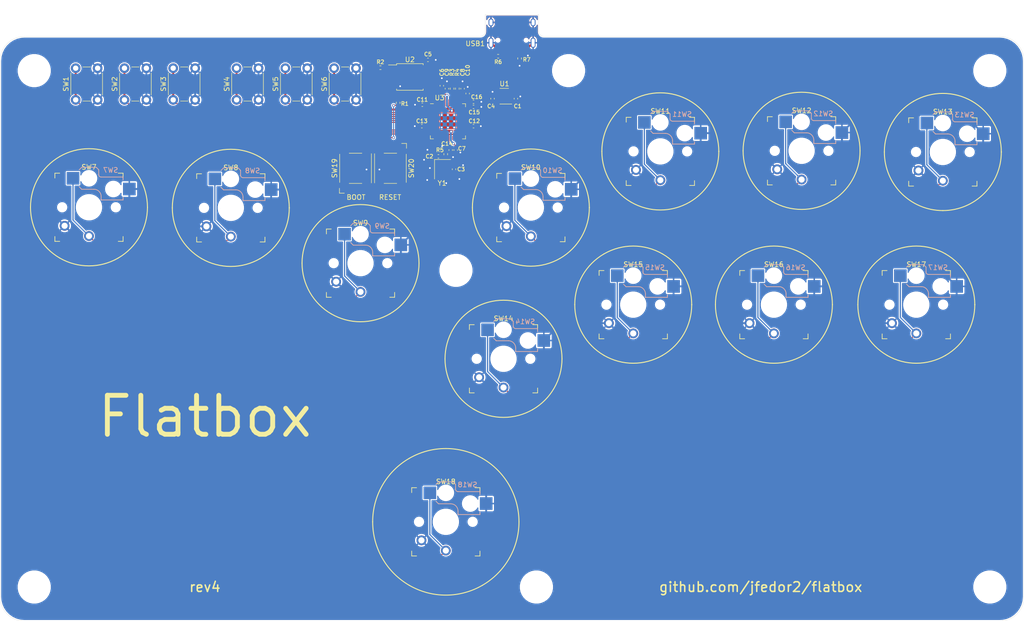
<source format=kicad_pcb>
(kicad_pcb (version 20171130) (host pcbnew 5.1.5+dfsg1-2build2)
  (layers (0 F.Cu signal) (31 B.Cu signal) (34 B.Paste user) (35 F.Paste user) (36 B.SilkS user) (37 F.SilkS user) (38 B.Mask user) (39 F.Mask user) (44 Edge.Cuts user))
  (net 0 "")
  (net 1 GND)
  (net 2 +5V)
  (net 3 D-)
  (net 4 D+)
  (net 5 "Net-(USB1-Pad3)")
  (net 6 "Net-(USB1-Pad9)")
  (net 7 LEFT)
  (net 8 DOWN)
  (net 9 RIGHT)
  (net 10 UP)
  (net 11 L1)
  (net 12 R1)
  (net 13 TRIANGLE)
  (net 14 SQUARE)
  (net 15 CIRCLE)
  (net 16 CROSS)
  (net 17 R2)
  (net 18 L2)
  (net 19 "Net-(C3-Pad1)")
  (net 20 +3V3)
  (net 21 +1V1)
  (net 22 "Net-(R3-Pad2)")
  (net 23 "Net-(R4-Pad2)")
  (net 24 "Net-(R6-Pad1)")
  (net 25 "Net-(R7-Pad1)")
  (net 26 XIN)
  (net 27 XOUT)
  (net 28 "Net-(U1-Pad4)")
  (net 29 OPT1)
  (net 30 OPT2)
  (net 31 OPT3)
  (net 32 OPT4)
  (net 33 OPT5)
  (net 34 OPT6)
  (net 35 "Net-(R1-Pad2)")
  (net 36 QSPI_SS)
  (net 37 "Net-(SW20-Pad2)")
  (net 38 QSPI_SD3)
  (net 39 QSPI_SCLK)
  (net 40 QSPI_SD0)
  (net 41 QSPI_SD2)
  (net 42 QSPI_SD1)
  (net 43 "Net-(U3-Pad35)")
  (net 44 "Net-(U3-Pad34)")
  (net 45 "Net-(U3-Pad32)")
  (net 46 "Net-(U3-Pad31)")
  (net 47 "Net-(U3-Pad28)")
  (net 48 "Net-(U3-Pad25)")
  (net 49 "Net-(U3-Pad24)")
  (net 50 "Net-(U3-Pad18)")
  (net 51 "Net-(U3-Pad17)")
  (net 52 "Net-(U3-Pad16)")
  (net 53 "Net-(U3-Pad15)")
  (net 54 "Net-(U3-Pad11)")
  (net 55 "Net-(U3-Pad9)")
  (net 56 "Net-(U3-Pad2)")
  (module Kailh:Kailh_socket_PG1350_optional (layer F.Cu) (at 227.92 85.04)
    (fp_text reference SW17 (at 0 -8.255) (layer F.SilkS))
    (fp_text value SW_Push)
    (fp_text user %R (at 4.445 -7.62) (layer B.SilkS) (effects (justify mirror)))
    (pad 2 smd rect (at 8.275 -3.75) (size 2.6 2.6) (layers B.Cu B.Paste B.Mask) (net 1 GND))
    (pad "" np_thru_hole circle (at 0 -5.95) (size 3 3) (drill 3) (layers *.Cu *.Mask))
    (pad 1 thru_hole circle (at 0 5.9) (size 2.032 2.032) (drill 1.27) (layers *.Cu *.Mask) (net 18 L2))
    (pad 2 thru_hole circle (at -5 3.8) (size 2.032 2.032) (drill 1.27) (layers *.Cu *.Mask) (net 1 GND))
    (pad "" np_thru_hole circle (at 0 0) (size 5 5) (drill 5) (layers *.Cu *.Mask))
    (pad "" np_thru_hole circle (at 5 -3.75) (size 3 3) (drill 3) (layers *.Cu *.Mask))
    (pad 1 smd rect (at -3.275 -5.95) (size 2.6 2.6) (layers B.Cu B.Paste B.Mask) (net 18 L2))
    (pad "" np_thru_hole circle (at 5.5 0) (size 1.7018 1.7018) (drill 1.7018) (layers *.Cu *.Mask))
    (pad "" np_thru_hole circle (at -5.5 0) (size 1.7018 1.7018) (drill 1.7018) (layers *.Cu *.Mask))
  )
  (module Kailh:Kailh_socket_PG1350_optional (layer F.Cu) (at 198.71 85.04)
    (fp_text reference SW16 (at 0 -8.255) (layer F.SilkS))
    (fp_text value SW_Push)
    (fp_text user %R (at 4.445 -7.62) (layer B.SilkS) (effects (justify mirror)))
    (pad 2 smd rect (at 8.275 -3.75) (size 2.6 2.6) (layers B.Cu B.Paste B.Mask) (net 1 GND))
    (pad "" np_thru_hole circle (at 0 -5.95) (size 3 3) (drill 3) (layers *.Cu *.Mask))
    (pad 1 thru_hole circle (at 0 5.9) (size 2.032 2.032) (drill 1.27) (layers *.Cu *.Mask) (net 17 R2))
    (pad 2 thru_hole circle (at -5 3.8) (size 2.032 2.032) (drill 1.27) (layers *.Cu *.Mask) (net 1 GND))
    (pad "" np_thru_hole circle (at 0 0) (size 5 5) (drill 5) (layers *.Cu *.Mask))
    (pad "" np_thru_hole circle (at 5 -3.75) (size 3 3) (drill 3) (layers *.Cu *.Mask))
    (pad 1 smd rect (at -3.275 -5.95) (size 2.6 2.6) (layers B.Cu B.Paste B.Mask) (net 17 R2))
    (pad "" np_thru_hole circle (at 5.5 0) (size 1.7018 1.7018) (drill 1.7018) (layers *.Cu *.Mask))
    (pad "" np_thru_hole circle (at -5.5 0) (size 1.7018 1.7018) (drill 1.7018) (layers *.Cu *.Mask))
  )
  (module Kailh:Kailh_socket_PG1350_optional (layer F.Cu) (at 169.86 85.04)
    (fp_text reference SW15 (at 0 -8.255) (layer F.SilkS))
    (fp_text value SW_Push)
    (fp_text user %R (at 4.445 -7.62) (layer B.SilkS) (effects (justify mirror)))
    (pad 2 smd rect (at 8.275 -3.75) (size 2.6 2.6) (layers B.Cu B.Paste B.Mask) (net 1 GND))
    (pad "" np_thru_hole circle (at 0 -5.95) (size 3 3) (drill 3) (layers *.Cu *.Mask))
    (pad 1 thru_hole circle (at 0 5.9) (size 2.032 2.032) (drill 1.27) (layers *.Cu *.Mask) (net 15 CIRCLE))
    (pad 2 thru_hole circle (at -5 3.8) (size 2.032 2.032) (drill 1.27) (layers *.Cu *.Mask) (net 1 GND))
    (pad "" np_thru_hole circle (at 0 0) (size 5 5) (drill 5) (layers *.Cu *.Mask))
    (pad "" np_thru_hole circle (at 5 -3.75) (size 3 3) (drill 3) (layers *.Cu *.Mask))
    (pad 1 smd rect (at -3.275 -5.95) (size 2.6 2.6) (layers B.Cu B.Paste B.Mask) (net 15 CIRCLE))
    (pad "" np_thru_hole circle (at 5.5 0) (size 1.7018 1.7018) (drill 1.7018) (layers *.Cu *.Mask))
    (pad "" np_thru_hole circle (at -5.5 0) (size 1.7018 1.7018) (drill 1.7018) (layers *.Cu *.Mask))
  )
  (module Kailh:Kailh_socket_PG1350_optional (layer F.Cu) (at 143.25 96.15)
    (fp_text reference SW14 (at 0 -8.255) (layer F.SilkS))
    (fp_text value SW_Push)
    (fp_text user %R (at 4.445 -7.62) (layer B.SilkS) (effects (justify mirror)))
    (pad 2 smd rect (at 8.275 -3.75) (size 2.6 2.6) (layers B.Cu B.Paste B.Mask) (net 1 GND))
    (pad "" np_thru_hole circle (at 0 -5.95) (size 3 3) (drill 3) (layers *.Cu *.Mask))
    (pad 1 thru_hole circle (at 0 5.9) (size 2.032 2.032) (drill 1.27) (layers *.Cu *.Mask) (net 16 CROSS))
    (pad 2 thru_hole circle (at -5 3.8) (size 2.032 2.032) (drill 1.27) (layers *.Cu *.Mask) (net 1 GND))
    (pad "" np_thru_hole circle (at 0 0) (size 5 5) (drill 5) (layers *.Cu *.Mask))
    (pad "" np_thru_hole circle (at 5 -3.75) (size 3 3) (drill 3) (layers *.Cu *.Mask))
    (pad 1 smd rect (at -3.275 -5.95) (size 2.6 2.6) (layers B.Cu B.Paste B.Mask) (net 16 CROSS))
    (pad "" np_thru_hole circle (at 5.5 0) (size 1.7018 1.7018) (drill 1.7018) (layers *.Cu *.Mask))
    (pad "" np_thru_hole circle (at -5.5 0) (size 1.7018 1.7018) (drill 1.7018) (layers *.Cu *.Mask))
  )
  (module Kailh:Kailh_socket_PG1350_optional (layer F.Cu) (at 233.36 53.7)
    (fp_text reference SW13 (at 0 -8.255) (layer F.SilkS))
    (fp_text value SW_Push)
    (fp_text user %R (at 4.445 -7.62) (layer B.SilkS) (effects (justify mirror)))
    (pad 2 smd rect (at 8.275 -3.75) (size 2.6 2.6) (layers B.Cu B.Paste B.Mask) (net 1 GND))
    (pad "" np_thru_hole circle (at 0 -5.95) (size 3 3) (drill 3) (layers *.Cu *.Mask))
    (pad 1 thru_hole circle (at 0 5.9) (size 2.032 2.032) (drill 1.27) (layers *.Cu *.Mask) (net 11 L1))
    (pad 2 thru_hole circle (at -5 3.8) (size 2.032 2.032) (drill 1.27) (layers *.Cu *.Mask) (net 1 GND))
    (pad "" np_thru_hole circle (at 0 0) (size 5 5) (drill 5) (layers *.Cu *.Mask))
    (pad "" np_thru_hole circle (at 5 -3.75) (size 3 3) (drill 3) (layers *.Cu *.Mask))
    (pad 1 smd rect (at -3.275 -5.95) (size 2.6 2.6) (layers B.Cu B.Paste B.Mask) (net 11 L1))
    (pad "" np_thru_hole circle (at 5.5 0) (size 1.7018 1.7018) (drill 1.7018) (layers *.Cu *.Mask))
    (pad "" np_thru_hole circle (at -5.5 0) (size 1.7018 1.7018) (drill 1.7018) (layers *.Cu *.Mask))
  )
  (module Kailh:Kailh_socket_PG1350_optional (layer F.Cu) (at 204.39 53.46)
    (fp_text reference SW12 (at 0 -8.255) (layer F.SilkS))
    (fp_text value SW_Push)
    (fp_text user %R (at 4.445 -7.62) (layer B.SilkS) (effects (justify mirror)))
    (pad 2 smd rect (at 8.275 -3.75) (size 2.6 2.6) (layers B.Cu B.Paste B.Mask) (net 1 GND))
    (pad "" np_thru_hole circle (at 0 -5.95) (size 3 3) (drill 3) (layers *.Cu *.Mask))
    (pad 1 thru_hole circle (at 0 5.9) (size 2.032 2.032) (drill 1.27) (layers *.Cu *.Mask) (net 12 R1))
    (pad 2 thru_hole circle (at -5 3.8) (size 2.032 2.032) (drill 1.27) (layers *.Cu *.Mask) (net 1 GND))
    (pad "" np_thru_hole circle (at 0 0) (size 5 5) (drill 5) (layers *.Cu *.Mask))
    (pad "" np_thru_hole circle (at 5 -3.75) (size 3 3) (drill 3) (layers *.Cu *.Mask))
    (pad 1 smd rect (at -3.275 -5.95) (size 2.6 2.6) (layers B.Cu B.Paste B.Mask) (net 12 R1))
    (pad "" np_thru_hole circle (at 5.5 0) (size 1.7018 1.7018) (drill 1.7018) (layers *.Cu *.Mask))
    (pad "" np_thru_hole circle (at -5.5 0) (size 1.7018 1.7018) (drill 1.7018) (layers *.Cu *.Mask))
  )
  (module Kailh:Kailh_socket_PG1350_optional (layer F.Cu) (at 175.42 53.58)
    (fp_text reference SW11 (at 0 -8.255) (layer F.SilkS))
    (fp_text value SW_Push)
    (fp_text user %R (at 4.445 -7.62) (layer B.SilkS) (effects (justify mirror)))
    (pad 2 smd rect (at 8.275 -3.75) (size 2.6 2.6) (layers B.Cu B.Paste B.Mask) (net 1 GND))
    (pad "" np_thru_hole circle (at 0 -5.95) (size 3 3) (drill 3) (layers *.Cu *.Mask))
    (pad 1 thru_hole circle (at 0 5.9) (size 2.032 2.032) (drill 1.27) (layers *.Cu *.Mask) (net 13 TRIANGLE))
    (pad 2 thru_hole circle (at -5 3.8) (size 2.032 2.032) (drill 1.27) (layers *.Cu *.Mask) (net 1 GND))
    (pad "" np_thru_hole circle (at 0 0) (size 5 5) (drill 5) (layers *.Cu *.Mask))
    (pad "" np_thru_hole circle (at 5 -3.75) (size 3 3) (drill 3) (layers *.Cu *.Mask))
    (pad 1 smd rect (at -3.275 -5.95) (size 2.6 2.6) (layers B.Cu B.Paste B.Mask) (net 13 TRIANGLE))
    (pad "" np_thru_hole circle (at 5.5 0) (size 1.7018 1.7018) (drill 1.7018) (layers *.Cu *.Mask))
    (pad "" np_thru_hole circle (at -5.5 0) (size 1.7018 1.7018) (drill 1.7018) (layers *.Cu *.Mask))
  )
  (module Kailh:Kailh_socket_PG1350_optional (layer F.Cu) (at 148.86 65.11)
    (fp_text reference SW10 (at 0 -8.255) (layer F.SilkS))
    (fp_text value SW_Push)
    (fp_text user %R (at 4.445 -7.62) (layer B.SilkS) (effects (justify mirror)))
    (pad 2 smd rect (at 8.275 -3.75) (size 2.6 2.6) (layers B.Cu B.Paste B.Mask) (net 1 GND))
    (pad "" np_thru_hole circle (at 0 -5.95) (size 3 3) (drill 3) (layers *.Cu *.Mask))
    (pad 1 thru_hole circle (at 0 5.9) (size 2.032 2.032) (drill 1.27) (layers *.Cu *.Mask) (net 14 SQUARE))
    (pad 2 thru_hole circle (at -5 3.8) (size 2.032 2.032) (drill 1.27) (layers *.Cu *.Mask) (net 1 GND))
    (pad "" np_thru_hole circle (at 0 0) (size 5 5) (drill 5) (layers *.Cu *.Mask))
    (pad "" np_thru_hole circle (at 5 -3.75) (size 3 3) (drill 3) (layers *.Cu *.Mask))
    (pad 1 smd rect (at -3.275 -5.95) (size 2.6 2.6) (layers B.Cu B.Paste B.Mask) (net 14 SQUARE))
    (pad "" np_thru_hole circle (at 5.5 0) (size 1.7018 1.7018) (drill 1.7018) (layers *.Cu *.Mask))
    (pad "" np_thru_hole circle (at -5.5 0) (size 1.7018 1.7018) (drill 1.7018) (layers *.Cu *.Mask))
  )
  (module Kailh:Kailh_socket_PG1350_optional (layer F.Cu) (at 131.42 129.62)
    (fp_text reference SW18 (at 0 -8.255) (layer F.SilkS))
    (fp_text value SW_Push)
    (fp_text user %R (at 4.445 -7.62) (layer B.SilkS) (effects (justify mirror)))
    (pad 2 smd rect (at 8.275 -3.75) (size 2.6 2.6) (layers B.Cu B.Paste B.Mask) (net 1 GND))
    (pad "" np_thru_hole circle (at 0 -5.95) (size 3 3) (drill 3) (layers *.Cu *.Mask))
    (pad 1 thru_hole circle (at 0 5.9) (size 2.032 2.032) (drill 1.27) (layers *.Cu *.Mask) (net 10 UP))
    (pad 2 thru_hole circle (at -5 3.8) (size 2.032 2.032) (drill 1.27) (layers *.Cu *.Mask) (net 1 GND))
    (pad "" np_thru_hole circle (at 0 0) (size 5 5) (drill 5) (layers *.Cu *.Mask))
    (pad "" np_thru_hole circle (at 5 -3.75) (size 3 3) (drill 3) (layers *.Cu *.Mask))
    (pad 1 smd rect (at -3.275 -5.95) (size 2.6 2.6) (layers B.Cu B.Paste B.Mask) (net 10 UP))
    (pad "" np_thru_hole circle (at 5.5 0) (size 1.7018 1.7018) (drill 1.7018) (layers *.Cu *.Mask))
    (pad "" np_thru_hole circle (at -5.5 0) (size 1.7018 1.7018) (drill 1.7018) (layers *.Cu *.Mask))
  )
  (module Kailh:Kailh_socket_PG1350_optional (layer F.Cu) (at 113.92 76.52)
    (fp_text reference SW9 (at 0 -8.255) (layer F.SilkS))
    (fp_text value SW_Push)
    (fp_text user %R (at 4.445 -7.62) (layer B.SilkS) (effects (justify mirror)))
    (pad 2 smd rect (at 8.275 -3.75) (size 2.6 2.6) (layers B.Cu B.Paste B.Mask) (net 1 GND))
    (pad "" np_thru_hole circle (at 0 -5.95) (size 3 3) (drill 3) (layers *.Cu *.Mask))
    (pad 1 thru_hole circle (at 0 5.9) (size 2.032 2.032) (drill 1.27) (layers *.Cu *.Mask) (net 9 RIGHT))
    (pad 2 thru_hole circle (at -5 3.8) (size 2.032 2.032) (drill 1.27) (layers *.Cu *.Mask) (net 1 GND))
    (pad "" np_thru_hole circle (at 0 0) (size 5 5) (drill 5) (layers *.Cu *.Mask))
    (pad "" np_thru_hole circle (at 5 -3.75) (size 3 3) (drill 3) (layers *.Cu *.Mask))
    (pad 1 smd rect (at -3.275 -5.95) (size 2.6 2.6) (layers B.Cu B.Paste B.Mask) (net 9 RIGHT))
    (pad "" np_thru_hole circle (at 5.5 0) (size 1.7018 1.7018) (drill 1.7018) (layers *.Cu *.Mask))
    (pad "" np_thru_hole circle (at -5.5 0) (size 1.7018 1.7018) (drill 1.7018) (layers *.Cu *.Mask))
  )
  (module Kailh:Kailh_socket_PG1350_optional (layer F.Cu) (at 87.32 65.17)
    (fp_text reference SW8 (at 0 -8.255) (layer F.SilkS))
    (fp_text value SW_Push)
    (fp_text user %R (at 4.445 -7.62) (layer B.SilkS) (effects (justify mirror)))
    (pad 2 smd rect (at 8.275 -3.75) (size 2.6 2.6) (layers B.Cu B.Paste B.Mask) (net 1 GND))
    (pad "" np_thru_hole circle (at 0 -5.95) (size 3 3) (drill 3) (layers *.Cu *.Mask))
    (pad 1 thru_hole circle (at 0 5.9) (size 2.032 2.032) (drill 1.27) (layers *.Cu *.Mask) (net 8 DOWN))
    (pad 2 thru_hole circle (at -5 3.8) (size 2.032 2.032) (drill 1.27) (layers *.Cu *.Mask) (net 1 GND))
    (pad "" np_thru_hole circle (at 0 0) (size 5 5) (drill 5) (layers *.Cu *.Mask))
    (pad "" np_thru_hole circle (at 5 -3.75) (size 3 3) (drill 3) (layers *.Cu *.Mask))
    (pad 1 smd rect (at -3.275 -5.95) (size 2.6 2.6) (layers B.Cu B.Paste B.Mask) (net 8 DOWN))
    (pad "" np_thru_hole circle (at 5.5 0) (size 1.7018 1.7018) (drill 1.7018) (layers *.Cu *.Mask))
    (pad "" np_thru_hole circle (at -5.5 0) (size 1.7018 1.7018) (drill 1.7018) (layers *.Cu *.Mask))
  )
  (module Kailh:Kailh_socket_PG1350_optional (layer F.Cu) (at 58.225 65.05)
    (fp_text reference SW7 (at 0 -8.255) (layer F.SilkS))
    (fp_text value SW_Push)
    (fp_text user %R (at 4.445 -7.62) (layer B.SilkS) (effects (justify mirror)))
    (pad 2 smd rect (at 8.275 -3.75) (size 2.6 2.6) (layers B.Cu B.Paste B.Mask) (net 1 GND))
    (pad "" np_thru_hole circle (at 0 -5.95) (size 3 3) (drill 3) (layers *.Cu *.Mask))
    (pad 1 thru_hole circle (at 0 5.9) (size 2.032 2.032) (drill 1.27) (layers *.Cu *.Mask) (net 7 LEFT))
    (pad 2 thru_hole circle (at -5 3.8) (size 2.032 2.032) (drill 1.27) (layers *.Cu *.Mask) (net 1 GND))
    (pad "" np_thru_hole circle (at 0 0) (size 5 5) (drill 5) (layers *.Cu *.Mask))
    (pad "" np_thru_hole circle (at 5 -3.75) (size 3 3) (drill 3) (layers *.Cu *.Mask))
    (pad 1 smd rect (at -3.275 -5.95) (size 2.6 2.6) (layers B.Cu B.Paste B.Mask) (net 7 LEFT))
    (pad "" np_thru_hole circle (at 5.5 0) (size 1.7018 1.7018) (drill 1.7018) (layers *.Cu *.Mask))
    (pad "" np_thru_hole circle (at -5.5 0) (size 1.7018 1.7018) (drill 1.7018) (layers *.Cu *.Mask))
  )
  (module Resistor_SMD:R_0402_1005Metric (layer F.Cu) (at 146.55 34.5 270)
    (fp_text reference R7 (at 0.25 -1.45 180) (layer F.SilkS) (effects (font (size 0.8 0.8))))
    (fp_text value 5.1k)
    (pad 2 smd roundrect (at 0.51 0 270) (size 0.54 0.64) (layers F.Cu F.Paste F.Mask) (net 1 GND))
    (pad 1 smd roundrect (at -0.51 0 270) (size 0.54 0.64) (layers F.Cu F.Paste F.Mask) (net 25 "Net-(R7-Pad1)"))
  )
  (module Resistor_SMD:R_0402_1005Metric (layer F.Cu) (at 142.15 34.05 180)
    (fp_text reference R6 (at 0 -1.17) (layer F.SilkS) (effects (font (size 0.8 0.8))))
    (fp_text value 5.1k)
    (pad 2 smd roundrect (at 0.51 0 180) (size 0.54 0.64) (layers F.Cu F.Paste F.Mask) (net 1 GND))
    (pad 1 smd roundrect (at -0.51 0 180) (size 0.54 0.64) (layers F.Cu F.Paste F.Mask) (net 24 "Net-(R6-Pad1)"))
  )
  (module Resistor_SMD:R_0402_1005Metric (layer F.Cu) (at 121.65 43.6 270)
    (fp_text reference R1 (at 0.2 -1.35 180) (layer F.SilkS) (effects (font (size 0.8 0.8))))
    (fp_text value 1k)
    (pad 2 smd roundrect (at 0.51 0 270) (size 0.54 0.64) (layers F.Cu F.Paste F.Mask) (net 35 "Net-(R1-Pad2)"))
    (pad 1 smd roundrect (at -0.51 0 270) (size 0.54 0.64) (layers F.Cu F.Paste F.Mask) (net 36 QSPI_SS))
  )
  (module Button_Switch_SMD:SW_SPST_Omron_B3FS-100xP (layer F.Cu) (at 120.05 57.05 270)
    (fp_text reference SW20 (at 0 -4.3 90) (layer F.SilkS))
    (fp_text value SW_Push)
    (pad 1 smd rect (at -4 2.25 90) (size 1.6 1.4) (layers F.Cu F.Paste F.Mask) (net 1 GND))
    (pad 1 smd rect (at 4 2.25 90) (size 1.6 1.4) (layers F.Cu F.Paste F.Mask) (net 1 GND))
    (pad 2 smd rect (at -4 -2.25 90) (size 1.6 1.4) (layers F.Cu F.Paste F.Mask) (net 37 "Net-(SW20-Pad2)"))
    (pad 2 smd rect (at 4 -2.25 90) (size 1.6 1.4) (layers F.Cu F.Paste F.Mask) (net 37 "Net-(SW20-Pad2)"))
  )
  (module Button_Switch_SMD:SW_SPST_Omron_B3FS-100xP (layer F.Cu) (at 112.9 57.05 90)
    (fp_text reference SW19 (at 0 -4.3 90) (layer F.SilkS))
    (fp_text value SW_Push)
    (pad 1 smd rect (at -4 2.25 270) (size 1.6 1.4) (layers F.Cu F.Paste F.Mask) (net 1 GND))
    (pad 1 smd rect (at 4 2.25 270) (size 1.6 1.4) (layers F.Cu F.Paste F.Mask) (net 1 GND))
    (pad 2 smd rect (at -4 -2.25 270) (size 1.6 1.4) (layers F.Cu F.Paste F.Mask) (net 35 "Net-(R1-Pad2)"))
    (pad 2 smd rect (at 4 -2.25 270) (size 1.6 1.4) (layers F.Cu F.Paste F.Mask) (net 35 "Net-(R1-Pad2)"))
  )
  (module Crystal:Crystal_SMD_3225-4Pin_3.2x2.5mm (layer F.Cu) (at 130.75 57.25 270)
    (fp_text reference Y1 (at 2.85 0.1 180) (layer F.SilkS))
    (fp_text value Crystal_GND24)
    (pad 4 smd rect (at -1.1 -0.85 270) (size 1.4 1.2) (layers F.Cu F.Paste F.Mask) (net 1 GND))
    (pad 3 smd rect (at 1.1 -0.85 270) (size 1.4 1.2) (layers F.Cu F.Paste F.Mask) (net 19 "Net-(C3-Pad1)"))
    (pad 2 smd rect (at 1.1 0.85 270) (size 1.4 1.2) (layers F.Cu F.Paste F.Mask) (net 1 GND))
    (pad 1 smd rect (at -1.1 0.85 270) (size 1.4 1.2) (layers F.Cu F.Paste F.Mask) (net 26 XIN))
  )
  (module RP2040:RP2040-QFN-56 (layer F.Cu) (at 131.85 47.4)
    (fp_text reference U3 (at -1.7 -4.82) (layer F.SilkS))
    (fp_text value RP2040)
    (pad 56 smd roundrect (at -2.6 -3.4375) (size 0.2 0.875) (layers F.Cu F.Paste F.Mask) (net 36 QSPI_SS))
    (pad 55 smd roundrect (at -2.2 -3.4375) (size 0.2 0.875) (layers F.Cu F.Paste F.Mask) (net 42 QSPI_SD1))
    (pad 54 smd roundrect (at -1.8 -3.4375) (size 0.2 0.875) (layers F.Cu F.Paste F.Mask) (net 41 QSPI_SD2))
    (pad 53 smd roundrect (at -1.4 -3.4375) (size 0.2 0.875) (layers F.Cu F.Paste F.Mask) (net 40 QSPI_SD0))
    (pad 52 smd roundrect (at -1 -3.4375) (size 0.2 0.875) (layers F.Cu F.Paste F.Mask) (net 39 QSPI_SCLK))
    (pad 51 smd roundrect (at -0.6 -3.4375) (size 0.2 0.875) (layers F.Cu F.Paste F.Mask) (net 38 QSPI_SD3))
    (pad 50 smd roundrect (at -0.2 -3.4375) (size 0.2 0.875) (layers F.Cu F.Paste F.Mask) (net 21 +1V1))
    (pad 49 smd roundrect (at 0.2 -3.4375) (size 0.2 0.875) (layers F.Cu F.Paste F.Mask) (net 20 +3V3))
    (pad 48 smd roundrect (at 0.6 -3.4375) (size 0.2 0.875) (layers F.Cu F.Paste F.Mask) (net 20 +3V3))
    (pad 47 smd roundrect (at 1 -3.4375) (size 0.2 0.875) (layers F.Cu F.Paste F.Mask) (net 22 "Net-(R3-Pad2)"))
    (pad 46 smd roundrect (at 1.4 -3.4375) (size 0.2 0.875) (layers F.Cu F.Paste F.Mask) (net 23 "Net-(R4-Pad2)"))
    (pad 45 smd roundrect (at 1.8 -3.4375) (size 0.2 0.875) (layers F.Cu F.Paste F.Mask) (net 21 +1V1))
    (pad 44 smd roundrect (at 2.2 -3.4375) (size 0.2 0.875) (layers F.Cu F.Paste F.Mask) (net 20 +3V3))
    (pad 43 smd roundrect (at 2.6 -3.4375) (size 0.2 0.875) (layers F.Cu F.Paste F.Mask) (net 20 +3V3))
    (pad 42 smd roundrect (at 3.4375 -2.6) (size 0.875 0.2) (layers F.Cu F.Paste F.Mask) (net 20 +3V3))
    (pad 41 smd roundrect (at 3.4375 -2.2) (size 0.875 0.2) (layers F.Cu F.Paste F.Mask) (net 11 L1))
    (pad 40 smd roundrect (at 3.4375 -1.8) (size 0.875 0.2) (layers F.Cu F.Paste F.Mask) (net 18 L2))
    (pad 39 smd roundrect (at 3.4375 -1.4) (size 0.875 0.2) (layers F.Cu F.Paste F.Mask) (net 12 R1))
    (pad 38 smd roundrect (at 3.4375 -1) (size 0.875 0.2) (layers F.Cu F.Paste F.Mask) (net 17 R2))
    (pad 37 smd roundrect (at 3.4375 -0.6) (size 0.875 0.2) (layers F.Cu F.Paste F.Mask) (net 13 TRIANGLE))
    (pad 36 smd roundrect (at 3.4375 -0.2) (size 0.875 0.2) (layers F.Cu F.Paste F.Mask) (net 15 CIRCLE))
    (pad 35 smd roundrect (at 3.4375 0.2) (size 0.875 0.2) (layers F.Cu F.Paste F.Mask) (net 43 "Net-(U3-Pad35)"))
    (pad 34 smd roundrect (at 3.4375 0.6) (size 0.875 0.2) (layers F.Cu F.Paste F.Mask) (net 44 "Net-(U3-Pad34)"))
    (pad 33 smd roundrect (at 3.4375 1) (size 0.875 0.2) (layers F.Cu F.Paste F.Mask) (net 20 +3V3))
    (pad 32 smd roundrect (at 3.4375 1.4) (size 0.875 0.2) (layers F.Cu F.Paste F.Mask) (net 45 "Net-(U3-Pad32)"))
    (pad 31 smd roundrect (at 3.4375 1.8) (size 0.875 0.2) (layers F.Cu F.Paste F.Mask) (net 46 "Net-(U3-Pad31)"))
    (pad 30 smd roundrect (at 3.4375 2.2) (size 0.875 0.2) (layers F.Cu F.Paste F.Mask) (net 16 CROSS))
    (pad 29 smd roundrect (at 3.4375 2.6) (size 0.875 0.2) (layers F.Cu F.Paste F.Mask) (net 14 SQUARE))
    (pad 28 smd roundrect (at 2.6 3.4375) (size 0.2 0.875) (layers F.Cu F.Paste F.Mask) (net 47 "Net-(U3-Pad28)"))
    (pad 27 smd roundrect (at 2.2 3.4375) (size 0.2 0.875) (layers F.Cu F.Paste F.Mask) (net 10 UP))
    (pad 26 smd roundrect (at 1.8 3.4375) (size 0.2 0.875) (layers F.Cu F.Paste F.Mask) (net 37 "Net-(SW20-Pad2)"))
    (pad 25 smd roundrect (at 1.4 3.4375) (size 0.2 0.875) (layers F.Cu F.Paste F.Mask) (net 48 "Net-(U3-Pad25)"))
    (pad 24 smd roundrect (at 1 3.4375) (size 0.2 0.875) (layers F.Cu F.Paste F.Mask) (net 49 "Net-(U3-Pad24)"))
    (pad 23 smd roundrect (at 0.6 3.4375) (size 0.2 0.875) (layers F.Cu F.Paste F.Mask) (net 21 +1V1))
    (pad 22 smd roundrect (at 0.2 3.4375) (size 0.2 0.875) (layers F.Cu F.Paste F.Mask) (net 20 +3V3))
    (pad 21 smd roundrect (at -0.2 3.4375) (size 0.2 0.875) (layers F.Cu F.Paste F.Mask) (net 27 XOUT))
    (pad 20 smd roundrect (at -0.6 3.4375) (size 0.2 0.875) (layers F.Cu F.Paste F.Mask) (net 26 XIN))
    (pad 19 smd roundrect (at -1 3.4375) (size 0.2 0.875) (layers F.Cu F.Paste F.Mask) (net 1 GND))
    (pad 18 smd roundrect (at -1.4 3.4375) (size 0.2 0.875) (layers F.Cu F.Paste F.Mask) (net 50 "Net-(U3-Pad18)"))
    (pad 17 smd roundrect (at -1.8 3.4375) (size 0.2 0.875) (layers F.Cu F.Paste F.Mask) (net 51 "Net-(U3-Pad17)"))
    (pad 16 smd roundrect (at -2.2 3.4375) (size 0.2 0.875) (layers F.Cu F.Paste F.Mask) (net 52 "Net-(U3-Pad16)"))
    (pad 15 smd roundrect (at -2.6 3.4375) (size 0.2 0.875) (layers F.Cu F.Paste F.Mask) (net 53 "Net-(U3-Pad15)"))
    (pad 14 smd roundrect (at -3.4375 2.6) (size 0.875 0.2) (layers F.Cu F.Paste F.Mask) (net 9 RIGHT))
    (pad 13 smd roundrect (at -3.4375 2.2) (size 0.875 0.2) (layers F.Cu F.Paste F.Mask) (net 8 DOWN))
    (pad 12 smd roundrect (at -3.4375 1.8) (size 0.875 0.2) (layers F.Cu F.Paste F.Mask) (net 7 LEFT))
    (pad 11 smd roundrect (at -3.4375 1.4) (size 0.875 0.2) (layers F.Cu F.Paste F.Mask) (net 54 "Net-(U3-Pad11)"))
    (pad 10 smd roundrect (at -3.4375 1) (size 0.875 0.2) (layers F.Cu F.Paste F.Mask) (net 20 +3V3))
    (pad 9 smd roundrect (at -3.4375 0.6) (size 0.875 0.2) (layers F.Cu F.Paste F.Mask) (net 55 "Net-(U3-Pad9)"))
    (pad 8 smd roundrect (at -3.4375 0.2) (size 0.875 0.2) (layers F.Cu F.Paste F.Mask) (net 29 OPT1))
    (pad 7 smd roundrect (at -3.4375 -0.2) (size 0.875 0.2) (layers F.Cu F.Paste F.Mask) (net 30 OPT2))
    (pad 6 smd roundrect (at -3.4375 -0.6) (size 0.875 0.2) (layers F.Cu F.Paste F.Mask) (net 31 OPT3))
    (pad 5 smd roundrect (at -3.4375 -1) (size 0.875 0.2) (layers F.Cu F.Paste F.Mask) (net 32 OPT4))
    (pad 4 smd roundrect (at -3.4375 -1.4) (size 0.875 0.2) (layers F.Cu F.Paste F.Mask) (net 33 OPT5))
    (pad 3 smd roundrect (at -3.4375 -1.8) (size 0.875 0.2) (layers F.Cu F.Paste F.Mask) (net 34 OPT6))
    (pad 2 smd roundrect (at -3.4375 -2.2) (size 0.875 0.2) (layers F.Cu F.Paste F.Mask) (net 56 "Net-(U3-Pad2)"))
    (pad 1 smd roundrect (at -3.4375 -2.6) (size 0.875 0.2) (layers F.Cu F.Paste F.Mask) (net 20 +3V3))
    (pad 57 thru_hole circle (at 1.275 1.275) (size 0.6 0.6) (drill 0.35) (layers *.Cu) (net 1 GND))
    (pad 57 thru_hole circle (at 0 1.275) (size 0.6 0.6) (drill 0.35) (layers *.Cu) (net 1 GND))
    (pad 57 thru_hole circle (at -1.275 1.275) (size 0.6 0.6) (drill 0.35) (layers *.Cu) (net 1 GND))
    (pad 57 thru_hole circle (at 1.275 0) (size 0.6 0.6) (drill 0.35) (layers *.Cu) (net 1 GND))
    (pad 57 thru_hole circle (at 0 0) (size 0.6 0.6) (drill 0.35) (layers *.Cu) (net 1 GND))
    (pad 57 thru_hole circle (at -1.275 0) (size 0.6 0.6) (drill 0.35) (layers *.Cu) (net 1 GND))
    (pad 57 thru_hole circle (at 1.275 -1.275) (size 0.6 0.6) (drill 0.35) (layers *.Cu) (net 1 GND))
    (pad 57 thru_hole circle (at 0 -1.275) (size 0.6 0.6) (drill 0.35) (layers *.Cu) (net 1 GND))
    (pad 57 thru_hole circle (at -1.275 -1.275) (size 0.6 0.6) (drill 0.35) (layers *.Cu) (net 1 GND))
    (pad 57 smd roundrect (at 0 0) (size 3.2 3.2) (layers F.Cu F.Mask) (roundrect_rratio 0.045) (net 1 GND))
  )
  (module Package_SO:SOIC-8_5.23x5.23mm_P1.27mm (layer F.Cu) (at 124.05 38.3)
    (fp_text reference U2 (at 0 -3.56) (layer F.SilkS))
    (fp_text value W25Q128JVS)
    (pad 8 smd roundrect (at 3.6 -1.905) (size 1.6 0.6) (layers F.Cu F.Paste F.Mask) (net 20 +3V3))
    (pad 7 smd roundrect (at 3.6 -0.635) (size 1.6 0.6) (layers F.Cu F.Paste F.Mask) (net 38 QSPI_SD3))
    (pad 6 smd roundrect (at 3.6 0.635) (size 1.6 0.6) (layers F.Cu F.Paste F.Mask) (net 39 QSPI_SCLK))
    (pad 5 smd roundrect (at 3.6 1.905) (size 1.6 0.6) (layers F.Cu F.Paste F.Mask) (net 40 QSPI_SD0))
    (pad 4 smd roundrect (at -3.6 1.905) (size 1.6 0.6) (layers F.Cu F.Paste F.Mask) (net 1 GND))
    (pad 3 smd roundrect (at -3.6 0.635) (size 1.6 0.6) (layers F.Cu F.Paste F.Mask) (net 41 QSPI_SD2))
    (pad 2 smd roundrect (at -3.6 -0.635) (size 1.6 0.6) (layers F.Cu F.Paste F.Mask) (net 42 QSPI_SD1))
    (pad 1 smd roundrect (at -3.6 -1.905) (size 1.6 0.6) (layers F.Cu F.Paste F.Mask) (net 36 QSPI_SS))
  )
  (module Package_TO_SOT_SMD:SOT-23-5 (layer F.Cu) (at 143.4 42.25 180)
    (fp_text reference U1 (at -0.05 2.55) (layer F.SilkS))
    (fp_text value TLV73333PDBV)
    (pad 5 smd rect (at 1.1 -0.95 180) (size 1.06 0.65) (layers F.Cu F.Paste F.Mask) (net 20 +3V3))
    (pad 4 smd rect (at 1.1 0.95 180) (size 1.06 0.65) (layers F.Cu F.Paste F.Mask) (net 28 "Net-(U1-Pad4)"))
    (pad 3 smd rect (at -1.1 0.95 180) (size 1.06 0.65) (layers F.Cu F.Paste F.Mask) (net 2 +5V))
    (pad 2 smd rect (at -1.1 0 180) (size 1.06 0.65) (layers F.Cu F.Paste F.Mask) (net 1 GND))
    (pad 1 smd rect (at -1.1 -0.95 180) (size 1.06 0.65) (layers F.Cu F.Paste F.Mask) (net 2 +5V))
  )
  (module Resistor_SMD:R_0402_1005Metric (layer F.Cu) (at 131.4 54.15 90)
    (fp_text reference R5 (at 0.85 -1.2) (layer F.SilkS) (effects (font (size 0.8 0.8))))
    (fp_text value 1k)
    (pad 2 smd roundrect (at 0.51 0 90) (size 0.54 0.64) (layers F.Cu F.Paste F.Mask) (net 27 XOUT))
    (pad 1 smd roundrect (at -0.51 0 90) (size 0.54 0.64) (layers F.Cu F.Paste F.Mask) (net 19 "Net-(C3-Pad1)"))
  )
  (module Resistor_SMD:R_0402_1005Metric (layer F.Cu) (at 133.78 40.7 270)
    (fp_text reference R4 (at -3.35 0.03 90) (layer F.SilkS) (effects (font (size 0.8 0.8))))
    (fp_text value 27)
    (pad 2 smd roundrect (at 0.51 0 270) (size 0.54 0.64) (layers F.Cu F.Paste F.Mask) (net 23 "Net-(R4-Pad2)"))
    (pad 1 smd roundrect (at -0.51 0 270) (size 0.54 0.64) (layers F.Cu F.Paste F.Mask) (net 3 D-))
  )
  (module Resistor_SMD:R_0402_1005Metric (layer F.Cu) (at 132.7 40.7 270)
    (fp_text reference R3 (at -3.35 0 90) (layer F.SilkS) (effects (font (size 0.8 0.8))))
    (fp_text value 27)
    (pad 2 smd roundrect (at 0.51 0 270) (size 0.54 0.64) (layers F.Cu F.Paste F.Mask) (net 22 "Net-(R3-Pad2)"))
    (pad 1 smd roundrect (at -0.51 0 270) (size 0.54 0.64) (layers F.Cu F.Paste F.Mask) (net 4 D+))
  )
  (module Resistor_SMD:R_0402_1005Metric (layer F.Cu) (at 118 36.4)
    (fp_text reference R2 (at 0 -1.17) (layer F.SilkS) (effects (font (size 0.8 0.8))))
    (fp_text value 10k)
    (pad 2 smd roundrect (at 0.51 0) (size 0.54 0.64) (layers F.Cu F.Paste F.Mask) (net 36 QSPI_SS))
    (pad 1 smd roundrect (at -0.51 0) (size 0.54 0.64) (layers F.Cu F.Paste F.Mask) (net 20 +3V3))
  )
  (module Capacitor_SMD:C_0402_1005Metric (layer F.Cu) (at 137.1 43.4)
    (fp_text reference C16 (at 0.65 -1) (layer F.SilkS) (effects (font (size 0.8 0.8))))
    (fp_text value 100n)
    (pad 2 smd roundrect (at 0.48 0) (size 0.56 0.62) (layers F.Cu F.Paste F.Mask) (net 1 GND))
    (pad 1 smd roundrect (at -0.48 0) (size 0.56 0.62) (layers F.Cu F.Paste F.Mask) (net 20 +3V3))
  )
  (module Capacitor_SMD:C_0402_1005Metric (layer F.Cu) (at 137.1 44.45)
    (fp_text reference C15 (at 0.15 1.1) (layer F.SilkS) (effects (font (size 0.8 0.8))))
    (fp_text value 100n)
    (pad 2 smd roundrect (at 0.48 0) (size 0.56 0.62) (layers F.Cu F.Paste F.Mask) (net 1 GND))
    (pad 1 smd roundrect (at -0.48 0) (size 0.56 0.62) (layers F.Cu F.Paste F.Mask) (net 20 +3V3))
  )
  (module Capacitor_SMD:C_0402_1005Metric (layer F.Cu) (at 132.42 53.3 270)
    (fp_text reference C14 (at -1.3 0.77) (layer F.SilkS) (effects (font (size 0.8 0.8))))
    (fp_text value 100n)
    (pad 2 smd roundrect (at 0.48 0 270) (size 0.56 0.62) (layers F.Cu F.Paste F.Mask) (net 1 GND))
    (pad 1 smd roundrect (at -0.48 0 270) (size 0.56 0.62) (layers F.Cu F.Paste F.Mask) (net 20 +3V3))
  )
  (module Capacitor_SMD:C_0402_1005Metric (layer F.Cu) (at 126.5 48.4 180)
    (fp_text reference C13 (at 0 1.05) (layer F.SilkS) (effects (font (size 0.8 0.8))))
    (fp_text value 100n)
    (pad 2 smd roundrect (at 0.48 0 180) (size 0.56 0.62) (layers F.Cu F.Paste F.Mask) (net 1 GND))
    (pad 1 smd roundrect (at -0.48 0 180) (size 0.56 0.62) (layers F.Cu F.Paste F.Mask) (net 20 +3V3))
  )
  (module Capacitor_SMD:C_0402_1005Metric (layer F.Cu) (at 137.1 48.4)
    (fp_text reference C12 (at 0.15 -1.05) (layer F.SilkS) (effects (font (size 0.8 0.8))))
    (fp_text value 100n)
    (pad 2 smd roundrect (at 0.48 0) (size 0.56 0.62) (layers F.Cu F.Paste F.Mask) (net 1 GND))
    (pad 1 smd roundrect (at -0.48 0) (size 0.56 0.62) (layers F.Cu F.Paste F.Mask) (net 20 +3V3))
  )
  (module Capacitor_SMD:C_0402_1005Metric (layer F.Cu) (at 126.6 44 180)
    (fp_text reference C11 (at 0 1.05) (layer F.SilkS) (effects (font (size 0.8 0.8))))
    (fp_text value 100n)
    (pad 2 smd roundrect (at 0.48 0 180) (size 0.56 0.62) (layers F.Cu F.Paste F.Mask) (net 1 GND))
    (pad 1 smd roundrect (at -0.48 0 180) (size 0.56 0.62) (layers F.Cu F.Paste F.Mask) (net 20 +3V3))
  )
  (module Capacitor_SMD:C_0402_1005Metric (layer F.Cu) (at 135.9 41.7 90)
    (fp_text reference C10 (at 4.75 0 90) (layer F.SilkS) (effects (font (size 0.8 0.8))))
    (fp_text value 1u)
    (pad 2 smd roundrect (at 0.48 0 90) (size 0.56 0.62) (layers F.Cu F.Paste F.Mask) (net 1 GND))
    (pad 1 smd roundrect (at -0.48 0 90) (size 0.56 0.62) (layers F.Cu F.Paste F.Mask) (net 20 +3V3))
  )
  (module Capacitor_SMD:C_0402_1005Metric (layer F.Cu) (at 131.65 40.7 90)
    (fp_text reference C9 (at 3.35 0 90) (layer F.SilkS) (effects (font (size 0.8 0.8))))
    (fp_text value 100n)
    (pad 2 smd roundrect (at 0.48 0 90) (size 0.56 0.62) (layers F.Cu F.Paste F.Mask) (net 1 GND))
    (pad 1 smd roundrect (at -0.48 0 90) (size 0.56 0.62) (layers F.Cu F.Paste F.Mask) (net 20 +3V3))
  )
  (module Capacitor_SMD:C_0402_1005Metric (layer F.Cu) (at 134.85 40.7 90)
    (fp_text reference C8 (at 3.35 0 90) (layer F.SilkS) (effects (font (size 0.8 0.8))))
    (fp_text value 1u)
    (pad 2 smd roundrect (at 0.48 0 90) (size 0.56 0.62) (layers F.Cu F.Paste F.Mask) (net 1 GND))
    (pad 1 smd roundrect (at -0.48 0 90) (size 0.56 0.62) (layers F.Cu F.Paste F.Mask) (net 21 +1V1))
  )
  (module Capacitor_SMD:C_0402_1005Metric (layer F.Cu) (at 133.45 53.3 270)
    (fp_text reference C7 (at -0.3 -1.25) (layer F.SilkS) (effects (font (size 0.8 0.8))))
    (fp_text value 100n)
    (pad 1 smd roundrect (at -0.48 0 270) (size 0.56 0.62) (layers F.Cu F.Paste F.Mask) (net 21 +1V1))
    (pad 2 smd roundrect (at 0.48 0 270) (size 0.56 0.62) (layers F.Cu F.Paste F.Mask) (net 1 GND))
  )
  (module Capacitor_SMD:C_0402_1005Metric (layer F.Cu) (at 130.6 40.1 90)
    (fp_text reference C6 (at 2.75 0 90) (layer F.SilkS) (effects (font (size 0.8 0.8))))
    (fp_text value 100n)
    (pad 2 smd roundrect (at 0.48 0 90) (size 0.56 0.62) (layers F.Cu F.Paste F.Mask) (net 1 GND))
    (pad 1 smd roundrect (at -0.48 0 90) (size 0.56 0.62) (layers F.Cu F.Paste F.Mask) (net 21 +1V1))
  )
  (module Capacitor_SMD:C_0402_1005Metric (layer F.Cu) (at 127.75 34.8)
    (fp_text reference C5 (at 0 -1.16) (layer F.SilkS) (effects (font (size 0.8 0.8))))
    (fp_text value 100n)
    (pad 2 smd roundrect (at 0.48 0) (size 0.56 0.62) (layers F.Cu F.Paste F.Mask) (net 1 GND))
    (pad 1 smd roundrect (at -0.48 0) (size 0.56 0.62) (layers F.Cu F.Paste F.Mask) (net 20 +3V3))
  )
  (module Capacitor_SMD:C_0402_1005Metric (layer F.Cu) (at 141 42.75 90)
    (fp_text reference C4 (at -1.55 -0.3 180) (layer F.SilkS) (effects (font (size 0.8 0.8))))
    (fp_text value 1u)
    (pad 2 smd roundrect (at 0.48 0 90) (size 0.56 0.62) (layers F.Cu F.Paste F.Mask) (net 1 GND))
    (pad 1 smd roundrect (at -0.48 0 90) (size 0.56 0.62) (layers F.Cu F.Paste F.Mask) (net 20 +3V3))
  )
  (module Capacitor_SMD:C_0402_1005Metric (layer F.Cu) (at 133.1 57.25 270)
    (fp_text reference C3 (at 0 -1.45 180) (layer F.SilkS) (effects (font (size 0.8 0.8))))
    (fp_text value 30p)
    (pad 2 smd roundrect (at 0.48 0 270) (size 0.56 0.62) (layers F.Cu F.Paste F.Mask) (net 1 GND))
    (pad 1 smd roundrect (at -0.48 0 270) (size 0.56 0.62) (layers F.Cu F.Paste F.Mask) (net 19 "Net-(C3-Pad1)"))
  )
  (module Capacitor_SMD:C_0402_1005Metric (layer F.Cu) (at 129.9 54.6)
    (fp_text reference C2 (at -1.85 0 180) (layer F.SilkS) (effects (font (size 0.8 0.8))))
    (fp_text value 30p)
    (pad 2 smd roundrect (at 0.48 0) (size 0.56 0.62) (layers F.Cu F.Paste F.Mask) (net 26 XIN))
    (pad 1 smd roundrect (at -0.48 0) (size 0.56 0.62) (layers F.Cu F.Paste F.Mask) (net 1 GND))
  )
  (module Capacitor_SMD:C_0402_1005Metric (layer F.Cu) (at 145.8 42.75 90)
    (fp_text reference C1 (at -1.55 0.35 180) (layer F.SilkS) (effects (font (size 0.8 0.8))))
    (fp_text value 1u)
    (pad 2 smd roundrect (at 0.48 0 90) (size 0.56 0.62) (layers F.Cu F.Paste F.Mask) (net 1 GND))
    (pad 1 smd roundrect (at -0.48 0 90) (size 0.56 0.62) (layers F.Cu F.Paste F.Mask) (net 2 +5V))
  )
  (module Button_Switch_THT:SW_PUSH_6mm_H5mm (layer F.Cu) (at 108.5 43 90)
    (fp_text reference SW6 (at 3.25 -2 90) (layer F.SilkS))
    (fp_text value SW_Push)
    (pad 1 thru_hole circle (at 6.5 0 180) (size 2 2) (drill 1.1) (layers *.Cu *.Mask) (net 34 OPT6))
    (pad 2 thru_hole circle (at 6.5 4.5 180) (size 2 2) (drill 1.1) (layers *.Cu *.Mask) (net 1 GND))
    (pad 1 thru_hole circle (at 0 0 180) (size 2 2) (drill 1.1) (layers *.Cu *.Mask) (net 34 OPT6))
    (pad 2 thru_hole circle (at 0 4.5 180) (size 2 2) (drill 1.1) (layers *.Cu *.Mask) (net 1 GND))
  )
  (module Button_Switch_THT:SW_PUSH_6mm_H5mm (layer F.Cu) (at 98.5 43 90)
    (fp_text reference SW5 (at 3.25 -2 90) (layer F.SilkS))
    (fp_text value SW_Push)
    (pad 1 thru_hole circle (at 6.5 0 180) (size 2 2) (drill 1.1) (layers *.Cu *.Mask) (net 33 OPT5))
    (pad 2 thru_hole circle (at 6.5 4.5 180) (size 2 2) (drill 1.1) (layers *.Cu *.Mask) (net 1 GND))
    (pad 1 thru_hole circle (at 0 0 180) (size 2 2) (drill 1.1) (layers *.Cu *.Mask) (net 33 OPT5))
    (pad 2 thru_hole circle (at 0 4.5 180) (size 2 2) (drill 1.1) (layers *.Cu *.Mask) (net 1 GND))
  )
  (module Button_Switch_THT:SW_PUSH_6mm_H5mm (layer F.Cu) (at 88.5 43 90)
    (fp_text reference SW4 (at 3.25 -2 90) (layer F.SilkS))
    (fp_text value SW_Push)
    (pad 1 thru_hole circle (at 6.5 0 180) (size 2 2) (drill 1.1) (layers *.Cu *.Mask) (net 32 OPT4))
    (pad 2 thru_hole circle (at 6.5 4.5 180) (size 2 2) (drill 1.1) (layers *.Cu *.Mask) (net 1 GND))
    (pad 1 thru_hole circle (at 0 0 180) (size 2 2) (drill 1.1) (layers *.Cu *.Mask) (net 32 OPT4))
    (pad 2 thru_hole circle (at 0 4.5 180) (size 2 2) (drill 1.1) (layers *.Cu *.Mask) (net 1 GND))
  )
  (module Button_Switch_THT:SW_PUSH_6mm_H5mm (layer F.Cu) (at 75.5 43 90)
    (fp_text reference SW3 (at 3.25 -2 90) (layer F.SilkS))
    (fp_text value SW_Push)
    (pad 1 thru_hole circle (at 6.5 0 180) (size 2 2) (drill 1.1) (layers *.Cu *.Mask) (net 31 OPT3))
    (pad 2 thru_hole circle (at 6.5 4.5 180) (size 2 2) (drill 1.1) (layers *.Cu *.Mask) (net 1 GND))
    (pad 1 thru_hole circle (at 0 0 180) (size 2 2) (drill 1.1) (layers *.Cu *.Mask) (net 31 OPT3))
    (pad 2 thru_hole circle (at 0 4.5 180) (size 2 2) (drill 1.1) (layers *.Cu *.Mask) (net 1 GND))
  )
  (module Button_Switch_THT:SW_PUSH_6mm_H5mm (layer F.Cu) (at 65.5 43 90)
    (fp_text reference SW2 (at 3.25 -2 90) (layer F.SilkS))
    (fp_text value SW_Push)
    (pad 1 thru_hole circle (at 6.5 0 180) (size 2 2) (drill 1.1) (layers *.Cu *.Mask) (net 30 OPT2))
    (pad 2 thru_hole circle (at 6.5 4.5 180) (size 2 2) (drill 1.1) (layers *.Cu *.Mask) (net 1 GND))
    (pad 1 thru_hole circle (at 0 0 180) (size 2 2) (drill 1.1) (layers *.Cu *.Mask) (net 30 OPT2))
    (pad 2 thru_hole circle (at 0 4.5 180) (size 2 2) (drill 1.1) (layers *.Cu *.Mask) (net 1 GND))
  )
  (module Button_Switch_THT:SW_PUSH_6mm_H5mm (layer F.Cu) (at 55.5 43 90)
    (fp_text reference SW1 (at 3.25 -2 90) (layer F.SilkS))
    (fp_text value SW_Push)
    (pad 1 thru_hole circle (at 6.5 0 180) (size 2 2) (drill 1.1) (layers *.Cu *.Mask) (net 29 OPT1))
    (pad 2 thru_hole circle (at 6.5 4.5 180) (size 2 2) (drill 1.1) (layers *.Cu *.Mask) (net 1 GND))
    (pad 1 thru_hole circle (at 0 0 180) (size 2 2) (drill 1.1) (layers *.Cu *.Mask) (net 29 OPT1))
    (pad 2 thru_hole circle (at 0 4.5 180) (size 2 2) (drill 1.1) (layers *.Cu *.Mask) (net 1 GND))
  )
  (module Type-C:HRO-TYPE-C-31-M-12-Assembly (layer F.Cu) (at 145 24.5 180)
    (fp_text reference USB1 (at 7.55 -6.95) (layer F.SilkS))
    (fp_text value HRO-TYPE-C-31-M-12)
    (pad 12 smd rect (at 3.25 -7.695 180) (size 0.6 1.45) (layers F.Cu F.Paste F.Mask) (net 1 GND))
    (pad 1 smd rect (at -3.25 -7.695 180) (size 0.6 1.45) (layers F.Cu F.Paste F.Mask) (net 1 GND))
    (pad 11 smd rect (at 2.45 -7.695 180) (size 0.6 1.45) (layers F.Cu F.Paste F.Mask) (net 2 +5V))
    (pad 2 smd rect (at -2.45 -7.695 180) (size 0.6 1.45) (layers F.Cu F.Paste F.Mask) (net 2 +5V))
    (pad 3 smd rect (at -1.75 -7.695 180) (size 0.3 1.45) (layers F.Cu F.Paste F.Mask) (net 5 "Net-(USB1-Pad3)"))
    (pad 10 smd rect (at 1.75 -7.695 180) (size 0.3 1.45) (layers F.Cu F.Paste F.Mask) (net 24 "Net-(R6-Pad1)"))
    (pad 4 smd rect (at -1.25 -7.695 180) (size 0.3 1.45) (layers F.Cu F.Paste F.Mask) (net 25 "Net-(R7-Pad1)"))
    (pad 9 smd rect (at 1.25 -7.695 180) (size 0.3 1.45) (layers F.Cu F.Paste F.Mask) (net 6 "Net-(USB1-Pad9)"))
    (pad 5 smd rect (at -0.75 -7.695 180) (size 0.3 1.45) (layers F.Cu F.Paste F.Mask) (net 3 D-))
    (pad 8 smd rect (at 0.75 -7.695 180) (size 0.3 1.45) (layers F.Cu F.Paste F.Mask) (net 4 D+))
    (pad 7 smd rect (at 0.25 -7.695 180) (size 0.3 1.45) (layers F.Cu F.Paste F.Mask) (net 3 D-))
    (pad 6 smd rect (at -0.25 -7.695 180) (size 0.3 1.45) (layers F.Cu F.Paste F.Mask) (net 4 D+))
    (pad "" np_thru_hole circle (at 2.89 -6.25 180) (size 0.65 0.65) (drill 0.65) (layers *.Cu *.Mask))
    (pad "" np_thru_hole circle (at -2.89 -6.25 180) (size 0.65 0.65) (drill 0.65) (layers *.Cu *.Mask))
    (pad 13 thru_hole oval (at -4.32 -6.78 180) (size 1 2.1) (drill oval 0.6 1.7) (layers *.Cu *.Mask) (net 1 GND))
    (pad 13 thru_hole oval (at 4.32 -6.78 180) (size 1 2.1) (drill oval 0.6 1.7) (layers *.Cu *.Mask) (net 1 GND))
    (pad 13 thru_hole oval (at -4.32 -2.6 180) (size 1 1.6) (drill oval 0.6 1.2) (layers *.Cu *.Mask) (net 1 GND))
    (pad 13 thru_hole oval (at 4.32 -2.6 180) (size 1 1.6) (drill oval 0.6 1.2) (layers *.Cu *.Mask) (net 1 GND))
  )
  (module MountingHole:MountingHole_6.4mm_M6 (layer F.Cu) (at 150 143)
    (fp_text reference REF** hide)
    (fp_text value MountingHole_6.4mm_M6)
    (pad 1 np_thru_hole circle (at 0 0) (size 6.4 6.4) (drill 6.4) (layers *.Cu *.Mask))
  )
  (module MountingHole:MountingHole_6.4mm_M6 (layer F.Cu) (at 133.5 78)
    (fp_text reference REF** hide)
    (fp_text value MountingHole_6.4mm_M6)
    (pad 1 np_thru_hole circle (at 0 0) (size 6.4 6.4) (drill 6.4) (layers *.Cu *.Mask))
  )
  (module MountingHole:MountingHole_6.4mm_M6 (layer F.Cu) (at 156.6 37)
    (fp_text reference REF** hide)
    (fp_text value MountingHole_6.4mm_M6)
    (pad 1 np_thru_hole circle (at 0 0) (size 6.4 6.4) (drill 6.4) (layers *.Cu *.Mask))
  )
  (module MountingHole:MountingHole_6.4mm_M6 (layer F.Cu) (at 243 37)
    (fp_text reference REF** hide)
    (fp_text value MountingHole_6.4mm_M6)
    (pad 1 np_thru_hole circle (at 0 0) (size 6.4 6.4) (drill 6.4) (layers *.Cu *.Mask))
  )
  (module MountingHole:MountingHole_6.4mm_M6 (layer F.Cu) (at 243 143)
    (fp_text reference REF** hide)
    (fp_text value MountingHole_6.4mm_M6)
    (pad 1 np_thru_hole circle (at 0 0) (size 6.4 6.4) (drill 6.4) (layers *.Cu *.Mask))
  )
  (module MountingHole:MountingHole_6.4mm_M6 (layer F.Cu) (at 47 143)
    (fp_text reference REF** hide)
    (fp_text value MountingHole_6.4mm_M6)
    (pad 1 np_thru_hole circle (at 0 0) (size 6.4 6.4) (drill 6.4) (layers *.Cu *.Mask))
  )
  (module MountingHole:MountingHole_6.4mm_M6 (layer F.Cu) (at 47 37)
    (fp_text reference REF** hide)
    (fp_text value MountingHole_6.4mm_M6)
    (pad 1 np_thru_hole circle (at 0 0) (size 6.4 6.4) (drill 6.4) (layers *.Cu *.Mask))
  )
  (gr_text RESET (at 120 63) (layer F.SilkS) (effects (font (size 1 1))))
  (gr_text BOOT (at 113 63) (layer F.SilkS) (effects (font (size 1 1))))
  (gr_text github.com/jfedor2/flatbox (at 196 143) (layer F.SilkS) (effects (font (size 2 2) (thickness 0.3))))
  (gr_text rev4 (at 82 143) (layer F.SilkS) (effects (font (size 2 2) (thickness 0.3))))
  (gr_text Flatbox (at 82 108) (layer F.SilkS) (effects (font (size 8 8) (thickness 1))))
  (gr_line (start 40 145) (end 40 35) (layer Edge.Cuts) (width 0.05))
  (gr_line (start 245 150) (end 45 150) (layer Edge.Cuts) (width 0.05))
  (gr_line (start 250 35) (end 250 145) (layer Edge.Cuts) (width 0.05))
  (gr_arc (start 151.5 29) (end 150.5 29) (angle -90) (layer Edge.Cuts) (width 0.05))
  (gr_arc (start 138.5 29) (end 138.5 30) (angle -90) (layer Edge.Cuts) (width 0.05))
  (gr_line (start 151.5 30) (end 245 30) (layer Edge.Cuts) (width 0.05))
  (gr_line (start 45 30) (end 138.5 30) (layer Edge.Cuts) (width 0.05))
  (gr_line (start 150.5 25.5) (end 150.5 29) (layer Edge.Cuts) (width 0.05))
  (gr_line (start 139.5 25.5) (end 150.5 25.5) (layer Edge.Cuts) (width 0.05))
  (gr_line (start 139.5 29) (end 139.5 25.5) (layer Edge.Cuts) (width 0.05))
  (gr_arc (start 45 145) (end 40 145) (angle -90) (layer Edge.Cuts) (width 0.05))
  (gr_arc (start 245 145) (end 245 150) (angle -90) (layer Edge.Cuts) (width 0.05))
  (gr_arc (start 245 35) (end 250 35) (angle -90) (layer Edge.Cuts) (width 0.05))
  (gr_arc (start 45 35) (end 45 30) (angle -90) (layer Edge.Cuts) (width 0.05))
  (gr_line (start 146.420969 129.619665) (end 146.420969 129.619665) (layer F.SilkS) (width 0.2))
  (gr_line (start 70.219015 65.05228) (end 70.219015 65.05228) (layer F.SilkS) (width 0.2))
  (gr_curve (pts (xy 138.918561 116.589918) (xy 143.561067 119.277529) (xy 146.420969 124.244441) (xy 146.420969 129.619665)) (layer F.SilkS) (width 0.2))
  (gr_curve (pts (xy 123.913745 116.589918) (xy 128.556251 113.902306) (xy 134.276055 113.902306) (xy 138.918561 116.589918)) (layer F.SilkS) (width 0.2))
  (gr_curve (pts (xy 116.411337 129.619665) (xy 116.411337 124.244441) (xy 119.271238 119.277529) (xy 123.913745 116.589918)) (layer F.SilkS) (width 0.2))
  (gr_curve (pts (xy 123.913745 142.649412) (xy 119.271238 139.9618) (xy 116.411337 134.994889) (xy 116.411337 129.619665)) (layer F.SilkS) (width 0.2))
  (gr_curve (pts (xy 138.918561 142.649412) (xy 134.276055 145.337024) (xy 128.556251 145.337024) (xy 123.913745 142.649412)) (layer F.SilkS) (width 0.2))
  (gr_curve (pts (xy 146.420969 129.619665) (xy 146.420969 134.994889) (xy 143.561067 139.9618) (xy 138.918561 142.649412)) (layer F.SilkS) (width 0.2))
  (gr_line (start 99.309821 65.17053) (end 99.309821 65.17053) (layer F.SilkS) (width 0.2))
  (gr_curve (pts (xy 64.221646 54.636398) (xy 67.932831 56.784855) (xy 70.219015 60.755367) (xy 70.219015 65.05228)) (layer F.SilkS) (width 0.2))
  (gr_curve (pts (xy 52.226909 54.636398) (xy 55.938093 52.487941) (xy 60.510462 52.487941) (xy 64.221646 54.636398)) (layer F.SilkS) (width 0.2))
  (gr_curve (pts (xy 46.22954 65.05228) (xy 46.22954 60.755367) (xy 48.515724 56.784855) (xy 52.226909 54.636398)) (layer F.SilkS) (width 0.2))
  (gr_curve (pts (xy 52.226909 75.468162) (xy 48.515724 73.319705) (xy 46.22954 69.349193) (xy 46.22954 65.05228)) (layer F.SilkS) (width 0.2))
  (gr_curve (pts (xy 64.221646 75.468162) (xy 60.510462 77.616619) (xy 55.938093 77.616619) (xy 52.226909 75.468162)) (layer F.SilkS) (width 0.2))
  (gr_curve (pts (xy 70.219015 65.05228) (xy 70.219015 69.349193) (xy 67.932831 73.319705) (xy 64.221646 75.468162)) (layer F.SilkS) (width 0.2))
  (gr_line (start 125.917273 76.523042) (end 125.917273 76.523042) (layer F.SilkS) (width 0.2))
  (gr_curve (pts (xy 93.312452 54.754648) (xy 97.023636 56.903105) (xy 99.309821 60.873617) (xy 99.309821 65.17053)) (layer F.SilkS) (width 0.2))
  (gr_curve (pts (xy 81.317714 54.754648) (xy 85.028899 52.606192) (xy 89.601267 52.606192) (xy 93.312452 54.754648)) (layer F.SilkS) (width 0.2))
  (gr_curve (pts (xy 75.320345 65.17053) (xy 75.320345 60.873617) (xy 77.606529 56.903105) (xy 81.317714 54.754648)) (layer F.SilkS) (width 0.2))
  (gr_curve (pts (xy 81.317714 75.586412) (xy 77.606529 73.437955) (xy 75.320345 69.467444) (xy 75.320345 65.17053)) (layer F.SilkS) (width 0.2))
  (gr_curve (pts (xy 93.312452 75.586412) (xy 89.601267 77.734869) (xy 85.028899 77.734869) (xy 81.317714 75.586412)) (layer F.SilkS) (width 0.2))
  (gr_curve (pts (xy 99.309821 65.17053) (xy 99.309821 69.467444) (xy 97.023636 73.437955) (xy 93.312452 75.586412)) (layer F.SilkS) (width 0.2))
  (gr_line (start 155.244584 96.153426) (end 155.244584 96.153426) (layer F.SilkS) (width 0.2))
  (gr_curve (pts (xy 119.919904 66.10716) (xy 123.631089 68.255617) (xy 125.917273 72.226128) (xy 125.917273 76.523042)) (layer F.SilkS) (width 0.2))
  (gr_curve (pts (xy 107.925166 66.10716) (xy 111.636351 63.958703) (xy 116.208719 63.958703) (xy 119.919904 66.10716)) (layer F.SilkS) (width 0.2))
  (gr_curve (pts (xy 101.927798 76.523042) (xy 101.927798 72.226128) (xy 104.213982 68.255617) (xy 107.925166 66.10716)) (layer F.SilkS) (width 0.2))
  (gr_curve (pts (xy 107.925166 86.938924) (xy 104.213982 84.790467) (xy 101.927798 80.819955) (xy 101.927798 76.523042)) (layer F.SilkS) (width 0.2))
  (gr_curve (pts (xy 119.919904 86.938924) (xy 116.208719 89.08738) (xy 111.636351 89.08738) (xy 107.925166 86.938924)) (layer F.SilkS) (width 0.2))
  (gr_curve (pts (xy 125.917273 76.523042) (xy 125.917273 80.819955) (xy 123.631089 84.790467) (xy 119.919904 86.938924)) (layer F.SilkS) (width 0.2))
  (gr_line (start 181.852021 85.037421) (end 181.852021 85.037421) (layer F.SilkS) (width 0.2))
  (gr_curve (pts (xy 149.247215 85.737546) (xy 152.9584 87.886001) (xy 155.244584 91.856513) (xy 155.244584 96.153426)) (layer F.SilkS) (width 0.2))
  (gr_curve (pts (xy 137.252477 85.737546) (xy 140.963662 83.589088) (xy 145.53603 83.589088) (xy 149.247215 85.737546)) (layer F.SilkS) (width 0.2))
  (gr_curve (pts (xy 131.255108 96.153426) (xy 131.255108 91.856513) (xy 133.541293 87.886001) (xy 137.252477 85.737546)) (layer F.SilkS) (width 0.2))
  (gr_curve (pts (xy 137.252477 106.569308) (xy 133.541293 104.420852) (xy 131.255108 100.45034) (xy 131.255108 96.153426)) (layer F.SilkS) (width 0.2))
  (gr_curve (pts (xy 149.247215 106.569308) (xy 145.53603 108.717765) (xy 140.963662 108.717765) (xy 137.252477 106.569308)) (layer F.SilkS) (width 0.2))
  (gr_curve (pts (xy 155.244584 96.153426) (xy 155.244584 100.45034) (xy 152.9584 104.420852) (xy 149.247215 106.569308)) (layer F.SilkS) (width 0.2))
  (gr_line (start 210.706299 85.037421) (end 210.706299 85.037421) (layer F.SilkS) (width 0.2))
  (gr_curve (pts (xy 175.854652 74.621539) (xy 179.565837 76.769996) (xy 181.852021 80.740507) (xy 181.852021 85.037421)) (layer F.SilkS) (width 0.2))
  (gr_curve (pts (xy 163.859914 74.621539) (xy 167.571099 72.473082) (xy 172.143467 72.473082) (xy 175.854652 74.621539)) (layer F.SilkS) (width 0.2))
  (gr_curve (pts (xy 157.862545 85.037421) (xy 157.862545 80.740507) (xy 160.148729 76.769996) (xy 163.859914 74.621539)) (layer F.SilkS) (width 0.2))
  (gr_curve (pts (xy 163.859914 95.453303) (xy 160.148729 93.304846) (xy 157.862545 89.334334) (xy 157.862545 85.037421)) (layer F.SilkS) (width 0.2))
  (gr_curve (pts (xy 175.854652 95.453303) (xy 172.143467 97.601759) (xy 167.571099 97.601759) (xy 163.859914 95.453303)) (layer F.SilkS) (width 0.2))
  (gr_curve (pts (xy 181.852021 85.037421) (xy 181.852021 89.334334) (xy 179.565837 93.304846) (xy 175.854652 95.453303)) (layer F.SilkS) (width 0.2))
  (gr_line (start 239.915397 85.037421) (end 239.915397 85.037421) (layer F.SilkS) (width 0.2))
  (gr_curve (pts (xy 204.70893 74.621539) (xy 208.420115 76.769996) (xy 210.706299 80.740507) (xy 210.706299 85.037421)) (layer F.SilkS) (width 0.2))
  (gr_curve (pts (xy 192.714192 74.621539) (xy 196.425377 72.473082) (xy 200.997745 72.473082) (xy 204.70893 74.621539)) (layer F.SilkS) (width 0.2))
  (gr_curve (pts (xy 186.716823 85.037421) (xy 186.716823 80.740507) (xy 189.003008 76.769996) (xy 192.714192 74.621539)) (layer F.SilkS) (width 0.2))
  (gr_curve (pts (xy 192.714192 95.453303) (xy 189.003008 93.304846) (xy 186.716823 89.334334) (xy 186.716823 85.037421)) (layer F.SilkS) (width 0.2))
  (gr_curve (pts (xy 204.70893 95.453303) (xy 200.997745 97.601759) (xy 196.425377 97.601759) (xy 192.714192 95.453303)) (layer F.SilkS) (width 0.2))
  (gr_curve (pts (xy 210.706299 85.037421) (xy 210.706299 89.334334) (xy 208.420115 93.304846) (xy 204.70893 95.453303)) (layer F.SilkS) (width 0.2))
  (gr_line (start 245.355098 53.699766) (end 245.355098 53.699766) (layer F.SilkS) (width 0.2))
  (gr_curve (pts (xy 233.918028 74.621539) (xy 237.629213 76.769996) (xy 239.915397 80.740507) (xy 239.915397 85.037421)) (layer F.SilkS) (width 0.2))
  (gr_curve (pts (xy 221.92329 74.621539) (xy 225.634475 72.473082) (xy 230.206843 72.473082) (xy 233.918028 74.621539)) (layer F.SilkS) (width 0.2))
  (gr_curve (pts (xy 215.925921 85.037421) (xy 215.925921 80.740507) (xy 218.212105 76.769996) (xy 221.92329 74.621539)) (layer F.SilkS) (width 0.2))
  (gr_curve (pts (xy 221.92329 95.453303) (xy 218.212105 93.304846) (xy 215.925921 89.334334) (xy 215.925921 85.037421)) (layer F.SilkS) (width 0.2))
  (gr_curve (pts (xy 233.918028 95.453303) (xy 230.206843 97.601759) (xy 225.634475 97.601759) (xy 221.92329 95.453303)) (layer F.SilkS) (width 0.2))
  (gr_curve (pts (xy 239.915397 85.037421) (xy 239.915397 89.334334) (xy 237.629213 93.304846) (xy 233.918028 95.453303)) (layer F.SilkS) (width 0.2))
  (gr_line (start 216.382567 53.463258) (end 216.382567 53.463258) (layer F.SilkS) (width 0.2))
  (gr_curve (pts (xy 239.357729 43.283884) (xy 243.068914 45.432341) (xy 245.355098 49.402853) (xy 245.355098 53.699766)) (layer F.SilkS) (width 0.2))
  (gr_curve (pts (xy 227.362991 43.283884) (xy 231.074176 41.135427) (xy 235.646544 41.135427) (xy 239.357729 43.283884)) (layer F.SilkS) (width 0.2))
  (gr_curve (pts (xy 221.365622 53.699766) (xy 221.365622 49.402853) (xy 223.651806 45.432341) (xy 227.362991 43.283884)) (layer F.SilkS) (width 0.2))
  (gr_curve (pts (xy 233.36036 65.72699) (xy 226.73585 65.72699) (xy 221.365623 60.342218) (xy 221.365622 53.699766)) (layer F.SilkS) (width 0.2))
  (gr_curve (pts (xy 245.355098 53.699766) (xy 245.355097 60.342218) (xy 239.98487 65.72699) (xy 233.36036 65.72699)) (layer F.SilkS) (width 0.2))
  (gr_line (start 187.41003 53.581518) (end 187.41003 53.581518) (layer F.SilkS) (width 0.2))
  (gr_curve (pts (xy 210.385198 43.047376) (xy 214.096383 45.195832) (xy 216.382567 49.166344) (xy 216.382567 53.463258)) (layer F.SilkS) (width 0.2))
  (gr_curve (pts (xy 198.39046 43.047376) (xy 202.101645 40.898919) (xy 206.674013 40.898919) (xy 210.385198 43.047376)) (layer F.SilkS) (width 0.2))
  (gr_curve (pts (xy 192.393091 53.463258) (xy 192.393091 49.166344) (xy 194.679275 45.195832) (xy 198.39046 43.047376)) (layer F.SilkS) (width 0.2))
  (gr_curve (pts (xy 198.39046 63.879139) (xy 194.679275 61.730683) (xy 192.393091 57.760171) (xy 192.393091 53.463258)) (layer F.SilkS) (width 0.2))
  (gr_curve (pts (xy 210.385198 63.879139) (xy 206.674013 66.027596) (xy 202.101645 66.027596) (xy 198.39046 63.879139)) (layer F.SilkS) (width 0.2))
  (gr_curve (pts (xy 216.382567 53.463258) (xy 216.382567 57.760171) (xy 214.096383 61.730683) (xy 210.385198 63.879139)) (layer F.SilkS) (width 0.2))
  (gr_line (start 160.857791 65.114986) (end 160.857791 65.114986) (layer F.SilkS) (width 0.2))
  (gr_curve (pts (xy 181.412661 43.165636) (xy 185.123846 45.314093) (xy 187.41003 49.284605) (xy 187.41003 53.581518)) (layer F.SilkS) (width 0.2))
  (gr_curve (pts (xy 169.417923 43.165636) (xy 173.129108 41.01718) (xy 177.701476 41.01718) (xy 181.412661 43.165636)) (layer F.SilkS) (width 0.2))
  (gr_curve (pts (xy 163.420555 53.581518) (xy 163.420555 49.284605) (xy 165.706739 45.314093) (xy 169.417923 43.165636)) (layer F.SilkS) (width 0.2))
  (gr_curve (pts (xy 169.417923 63.9974) (xy 165.706739 61.848943) (xy 163.420555 57.878432) (xy 163.420555 53.581518)) (layer F.SilkS) (width 0.2))
  (gr_curve (pts (xy 181.412661 63.9974) (xy 177.701476 66.145857) (xy 173.129108 66.145857) (xy 169.417923 63.9974)) (layer F.SilkS) (width 0.2))
  (gr_curve (pts (xy 187.41003 53.581518) (xy 187.41003 57.878432) (xy 185.123846 61.848943) (xy 181.412661 63.9974)) (layer F.SilkS) (width 0.2))
  (gr_curve (pts (xy 154.860422 54.699104) (xy 158.571607 56.847561) (xy 160.857791 60.818073) (xy 160.857791 65.114986)) (layer F.SilkS) (width 0.2))
  (gr_curve (pts (xy 142.865684 54.699104) (xy 146.576869 52.550648) (xy 151.149237 52.550648) (xy 154.860422 54.699104)) (layer F.SilkS) (width 0.2))
  (gr_curve (pts (xy 136.868315 65.114986) (xy 136.868315 60.818073) (xy 139.154499 56.847561) (xy 142.865684 54.699104)) (layer F.SilkS) (width 0.2))
  (gr_curve (pts (xy 142.865684 75.530868) (xy 139.154499 73.382411) (xy 136.868315 69.4119) (xy 136.868315 65.114986)) (layer F.SilkS) (width 0.2))
  (gr_curve (pts (xy 154.860422 75.530868) (xy 151.149237 77.679325) (xy 146.576869 77.679325) (xy 142.865684 75.530868)) (layer F.SilkS) (width 0.2))
  (gr_curve (pts (xy 160.857791 65.114986) (xy 160.857791 69.4119) (xy 158.571607 73.382411) (xy 154.860422 75.530868)) (layer F.SilkS) (width 0.2))
  (segment (start 113 36.5) (end 113 43) (width 0.381) (layer B.Cu) (net 1))
  (segment (start 103 36.5) (end 103 43) (width 0.381) (layer B.Cu) (net 1))
  (segment (start 93 36.5) (end 93 43) (width 0.381) (layer B.Cu) (net 1))
  (segment (start 80 36.5) (end 80 43) (width 0.381) (layer B.Cu) (net 1))
  (segment (start 70 36.5) (end 70 43) (width 0.381) (layer B.Cu) (net 1))
  (segment (start 60 36.5) (end 60 43) (width 0.381) (layer B.Cu) (net 1))
  (segment (start 66.5 65.7) (end 66.5 61.3) (width 0.381) (layer B.Cu) (net 1))
  (segment (start 57.175 72.8) (end 59.4 72.8) (width 0.381) (layer B.Cu) (net 1))
  (segment (start 59.4 72.8) (end 66.5 65.7) (width 0.381) (layer B.Cu) (net 1))
  (segment (start 53.225 68.85) (end 57.175 72.8) (width 0.381) (layer B.Cu) (net 1))
  (segment (start 95.595 66.105) (end 95.595 61.42) (width 0.381) (layer B.Cu) (net 1))
  (segment (start 88.8 72.9) (end 95.595 66.105) (width 0.381) (layer B.Cu) (net 1))
  (segment (start 86.25 72.9) (end 88.8 72.9) (width 0.381) (layer B.Cu) (net 1))
  (segment (start 82.32 68.97) (end 86.25 72.9) (width 0.381) (layer B.Cu) (net 1))
  (segment (start 122.195 77.455) (end 122.195 72.77) (width 0.381) (layer B.Cu) (net 1))
  (segment (start 115.4 84.25) (end 122.195 77.455) (width 0.381) (layer B.Cu) (net 1))
  (segment (start 112.85 84.25) (end 115.4 84.25) (width 0.381) (layer B.Cu) (net 1))
  (segment (start 108.92 80.32) (end 112.85 84.25) (width 0.381) (layer B.Cu) (net 1))
  (segment (start 139.695 130.405) (end 139.695 125.87) (width 0.381) (layer B.Cu) (net 1))
  (segment (start 132.6 137.5) (end 139.695 130.405) (width 0.381) (layer B.Cu) (net 1))
  (segment (start 130.5 137.5) (end 132.6 137.5) (width 0.381) (layer B.Cu) (net 1))
  (segment (start 126.42 133.42) (end 130.5 137.5) (width 0.381) (layer B.Cu) (net 1))
  (segment (start 144.9 104.1) (end 151.525 97.475) (width 0.381) (layer B.Cu) (net 1))
  (segment (start 142.4 104.1) (end 144.9 104.1) (width 0.381) (layer B.Cu) (net 1))
  (segment (start 151.525 97.475) (end 151.525 92.4) (width 0.381) (layer B.Cu) (net 1))
  (segment (start 138.25 99.95) (end 142.4 104.1) (width 0.381) (layer B.Cu) (net 1))
  (segment (start 157.135 66.365) (end 157.135 61.36) (width 0.381) (layer B.Cu) (net 1))
  (segment (start 150.4 73.1) (end 157.135 66.365) (width 0.381) (layer B.Cu) (net 1))
  (segment (start 148.05 73.1) (end 150.4 73.1) (width 0.381) (layer B.Cu) (net 1))
  (segment (start 143.86 68.91) (end 148.05 73.1) (width 0.381) (layer B.Cu) (net 1))
  (segment (start 178.135 86.065) (end 178.135 81.29) (width 0.381) (layer B.Cu) (net 1))
  (segment (start 171.3 92.9) (end 178.135 86.065) (width 0.381) (layer B.Cu) (net 1))
  (segment (start 168.92 92.9) (end 171.3 92.9) (width 0.381) (layer B.Cu) (net 1))
  (segment (start 164.86 88.84) (end 168.92 92.9) (width 0.381) (layer B.Cu) (net 1))
  (segment (start 206.985 86.415) (end 206.985 81.29) (width 0.381) (layer B.Cu) (net 1))
  (segment (start 200.35 93.05) (end 206.985 86.415) (width 0.381) (layer B.Cu) (net 1))
  (segment (start 197.92 93.05) (end 200.35 93.05) (width 0.381) (layer B.Cu) (net 1))
  (segment (start 193.71 88.84) (end 197.92 93.05) (width 0.381) (layer B.Cu) (net 1))
  (segment (start 236.195 86.505) (end 236.195 81.29) (width 0.381) (layer B.Cu) (net 1))
  (segment (start 229.8 92.9) (end 236.195 86.505) (width 0.381) (layer B.Cu) (net 1))
  (segment (start 226.98 92.9) (end 229.8 92.9) (width 0.381) (layer B.Cu) (net 1))
  (segment (start 222.92 88.84) (end 226.98 92.9) (width 0.381) (layer B.Cu) (net 1))
  (segment (start 241.635 55.465) (end 241.635 49.95) (width 0.381) (layer B.Cu) (net 1))
  (segment (start 235.45 61.65) (end 241.635 55.465) (width 0.381) (layer B.Cu) (net 1))
  (segment (start 232.51 61.65) (end 235.45 61.65) (width 0.381) (layer B.Cu) (net 1))
  (segment (start 228.36 57.5) (end 232.51 61.65) (width 0.381) (layer B.Cu) (net 1))
  (segment (start 205.7 61.5) (end 212.665 54.535) (width 0.381) (layer B.Cu) (net 1))
  (segment (start 203.63 61.5) (end 205.7 61.5) (width 0.381) (layer B.Cu) (net 1))
  (segment (start 212.665 54.535) (end 212.665 49.71) (width 0.381) (layer B.Cu) (net 1))
  (segment (start 199.39 57.26) (end 203.63 61.5) (width 0.381) (layer B.Cu) (net 1))
  (segment (start 183.695 54.505) (end 183.695 49.83) (width 0.381) (layer B.Cu) (net 1))
  (segment (start 176.6 61.6) (end 183.695 54.505) (width 0.381) (layer B.Cu) (net 1))
  (segment (start 174.64 61.6) (end 176.6 61.6) (width 0.381) (layer B.Cu) (net 1))
  (segment (start 170.42 57.38) (end 174.64 61.6) (width 0.381) (layer B.Cu) (net 1))
  (segment (start 60 43) (end 49.2 53.8) (width 0.381) (layer B.Cu) (net 1))
  (segment (start 49.2 64.825) (end 53.225 68.85) (width 0.381) (layer B.Cu) (net 1))
  (segment (start 49.2 53.8) (end 49.2 64.825) (width 0.381) (layer B.Cu) (net 1))
  (segment (start 78.97 68.97) (end 82.32 68.97) (width 0.381) (layer B.Cu) (net 1))
  (segment (start 71.3 61.3) (end 78.97 68.97) (width 0.381) (layer B.Cu) (net 1))
  (segment (start 66.5 61.3) (end 71.3 61.3) (width 0.381) (layer B.Cu) (net 1))
  (segment (start 142.05 67.1) (end 143.86 68.91) (width 0.381) (layer B.Cu) (net 1))
  (segment (start 127.865 67.1) (end 142.05 67.1) (width 0.381) (layer B.Cu) (net 1))
  (segment (start 122.195 72.77) (end 127.865 67.1) (width 0.381) (layer B.Cu) (net 1))
  (segment (start 169.59 56.55) (end 170.42 57.38) (width 0.381) (layer B.Cu) (net 1))
  (segment (start 161.945 56.55) (end 169.59 56.55) (width 0.381) (layer B.Cu) (net 1))
  (segment (start 157.135 61.36) (end 161.945 56.55) (width 0.381) (layer B.Cu) (net 1))
  (segment (start 237.544499 45.859499) (end 241.635 49.95) (width 0.381) (layer B.Cu) (net 1))
  (segment (start 216.515501 45.859499) (end 237.544499 45.859499) (width 0.381) (layer B.Cu) (net 1))
  (segment (start 212.665 49.71) (end 216.515501 45.859499) (width 0.381) (layer B.Cu) (net 1))
  (segment (start 224.5 69.595) (end 236.195 81.29) (width 0.381) (layer B.Cu) (net 1))
  (segment (start 224.5 61.36) (end 224.5 69.595) (width 0.381) (layer B.Cu) (net 1))
  (segment (start 228.36 57.5) (end 224.5 61.36) (width 0.381) (layer B.Cu) (net 1))
  (segment (start 211.79 81.29) (end 206.985 81.29) (width 0.381) (layer B.Cu) (net 1))
  (segment (start 219.34 88.84) (end 211.79 81.29) (width 0.381) (layer B.Cu) (net 1))
  (segment (start 222.92 88.84) (end 219.34 88.84) (width 0.381) (layer B.Cu) (net 1))
  (segment (start 182.54 81.29) (end 178.135 81.29) (width 0.381) (layer B.Cu) (net 1))
  (segment (start 190.09 88.84) (end 182.54 81.29) (width 0.381) (layer B.Cu) (net 1))
  (segment (start 193.71 88.84) (end 190.09 88.84) (width 0.381) (layer B.Cu) (net 1))
  (segment (start 155.085 88.84) (end 151.525 92.4) (width 0.381) (layer B.Cu) (net 1))
  (segment (start 164.86 88.84) (end 155.085 88.84) (width 0.381) (layer B.Cu) (net 1))
  (segment (start 139.695 120.045) (end 139.695 125.87) (width 0.381) (layer B.Cu) (net 1))
  (segment (start 134.55 114.9) (end 139.695 120.045) (width 0.381) (layer B.Cu) (net 1))
  (segment (start 134.55 103.65) (end 134.55 114.9) (width 0.381) (layer B.Cu) (net 1))
  (segment (start 138.25 99.95) (end 134.55 103.65) (width 0.381) (layer B.Cu) (net 1))
  (segment (start 141.595 32.195) (end 140.68 31.28) (width 0.381) (layer F.Cu) (net 1))
  (segment (start 141.775 32.195) (end 141.595 32.195) (width 0.381) (layer F.Cu) (net 1))
  (segment (start 196.831401 54.701401) (end 199.39 57.26) (width 0.381) (layer B.Cu) (net 1))
  (segment (start 191.96 49.83) (end 196.831401 54.701401) (width 0.381) (layer B.Cu) (net 1))
  (segment (start 183.695 49.83) (end 191.96 49.83) (width 0.381) (layer B.Cu) (net 1))
  (segment (start 98.1 69.5) (end 108.92 80.32) (width 0.381) (layer B.Cu) (net 1))
  (segment (start 98.1 62.25) (end 98.1 69.5) (width 0.381) (layer B.Cu) (net 1))
  (segment (start 97.27 61.42) (end 98.1 62.25) (width 0.381) (layer B.Cu) (net 1))
  (segment (start 95.595 61.42) (end 97.27 61.42) (width 0.381) (layer B.Cu) (net 1))
  (segment (start 148.405 32.195) (end 148.35 32.195) (width 0.381) (layer F.Cu) (net 1))
  (segment (start 149.32 31.28) (end 148.405 32.195) (width 0.381) (layer F.Cu) (net 1))
  (segment (start 82.1 34.4) (end 80 36.5) (width 0.381) (layer B.Cu) (net 1))
  (segment (start 90.9 34.4) (end 82.1 34.4) (width 0.381) (layer B.Cu) (net 1))
  (segment (start 93 36.5) (end 90.9 34.4) (width 0.381) (layer B.Cu) (net 1))
  (segment (start 105.1 34.4) (end 103 36.5) (width 0.381) (layer B.Cu) (net 1))
  (segment (start 110.9 34.4) (end 105.1 34.4) (width 0.381) (layer B.Cu) (net 1))
  (segment (start 113 36.5) (end 110.9 34.4) (width 0.381) (layer B.Cu) (net 1))
  (segment (start 62.1 34.4) (end 60 36.5) (width 0.381) (layer B.Cu) (net 1))
  (segment (start 67.9 34.4) (end 62.1 34.4) (width 0.381) (layer B.Cu) (net 1))
  (segment (start 70 36.5) (end 67.9 34.4) (width 0.381) (layer B.Cu) (net 1))
  (segment (start 72 45) (end 70 43) (width 0.381) (layer B.Cu) (net 1))
  (segment (start 78 45) (end 72 45) (width 0.381) (layer B.Cu) (net 1))
  (segment (start 80 43) (end 78 45) (width 0.381) (layer B.Cu) (net 1))
  (segment (start 95 45) (end 93 43) (width 0.381) (layer B.Cu) (net 1))
  (segment (start 101 45) (end 95 45) (width 0.381) (layer B.Cu) (net 1))
  (segment (start 103 43) (end 101 45) (width 0.381) (layer B.Cu) (net 1))
  (segment (start 144.52 42.27) (end 144.5 42.25) (width 0.4) (layer F.Cu) (net 1))
  (segment (start 145.8 42.27) (end 144.52 42.27) (width 0.4) (layer F.Cu) (net 1))
  (via (at 138.7 43.4) (size 0.6) (drill 0.35) (layers F.Cu B.Cu) (net 1))
  (segment (start 137.58 43.4) (end 138.7 43.4) (width 0.2) (layer F.Cu) (net 1))
  (via (at 138.7 44.45) (size 0.6) (drill 0.35) (layers F.Cu B.Cu) (net 1))
  (segment (start 137.58 44.45) (end 138.7 44.45) (width 0.2) (layer F.Cu) (net 1))
  (via (at 122.05 40.2) (size 0.6) (drill 0.35) (layers F.Cu B.Cu) (net 1))
  (segment (start 122.045 40.205) (end 122.05 40.2) (width 0.2) (layer F.Cu) (net 1))
  (segment (start 120.45 40.205) (end 122.045 40.205) (width 0.2) (layer F.Cu) (net 1))
  (via (at 129.35 34.8) (size 0.6) (drill 0.35) (layers F.Cu B.Cu) (net 1))
  (segment (start 128.23 34.8) (end 129.35 34.8) (width 0.4) (layer F.Cu) (net 1))
  (via (at 131.65 39.2) (size 0.6) (drill 0.35) (layers F.Cu B.Cu) (net 1))
  (segment (start 131.65 40.22) (end 131.65 39.2) (width 0.2) (layer F.Cu) (net 1))
  (via (at 130.6 38.55) (size 0.6) (drill 0.35) (layers F.Cu B.Cu) (net 1))
  (segment (start 130.6 39.62) (end 130.6 38.55) (width 0.2) (layer F.Cu) (net 1))
  (via (at 134.85 39.2) (size 0.6) (drill 0.35) (layers F.Cu B.Cu) (net 1))
  (segment (start 134.85 40.22) (end 134.85 39.2) (width 0.2) (layer F.Cu) (net 1))
  (via (at 141 41.35) (size 0.6) (drill 0.35) (layers F.Cu B.Cu) (net 1))
  (segment (start 141 42.27) (end 141 41.35) (width 0.4) (layer F.Cu) (net 1))
  (segment (start 141.02 42.25) (end 141 42.27) (width 0.4) (layer F.Cu) (net 1))
  (segment (start 144.5 42.25) (end 141.02 42.25) (width 0.4) (layer F.Cu) (net 1))
  (segment (start 131.6 56.55) (end 131.6 56.15) (width 0.2) (layer F.Cu) (net 1))
  (segment (start 129.9 58.25) (end 131.6 56.55) (width 0.2) (layer F.Cu) (net 1))
  (segment (start 129.9 58.35) (end 129.9 58.25) (width 0.2) (layer F.Cu) (net 1))
  (segment (start 129.9 59.25) (end 129.9 58.35) (width 0.2) (layer F.Cu) (net 1))
  (segment (start 130.1 59.45) (end 129.9 59.25) (width 0.2) (layer F.Cu) (net 1))
  (segment (start 132.340002 59.45) (end 130.1 59.45) (width 0.2) (layer F.Cu) (net 1))
  (segment (start 133.1 58.690002) (end 132.340002 59.45) (width 0.2) (layer F.Cu) (net 1))
  (segment (start 133.1 57.73) (end 133.1 58.690002) (width 0.2) (layer F.Cu) (net 1))
  (segment (start 128.85 57.3) (end 129.9 58.35) (width 0.2) (layer F.Cu) (net 1))
  (segment (start 128.85 55.17) (end 128.85 57.3) (width 0.2) (layer F.Cu) (net 1))
  (segment (start 129.42 54.6) (end 128.85 55.17) (width 0.2) (layer F.Cu) (net 1))
  (via (at 125.05 48.4) (size 0.6) (drill 0.35) (layers F.Cu B.Cu) (net 1))
  (segment (start 126.02 48.4) (end 125.05 48.4) (width 0.2) (layer F.Cu) (net 1))
  (via (at 146.7 42.3) (size 0.6) (drill 0.35) (layers F.Cu B.Cu) (net 1))
  (segment (start 145.8 42.27) (end 146.67 42.27) (width 0.4) (layer F.Cu) (net 1))
  (segment (start 146.67 42.27) (end 146.7 42.3) (width 0.4) (layer F.Cu) (net 1))
  (via (at 138.6 48.4) (size 0.6) (drill 0.35) (layers F.Cu B.Cu) (net 1))
  (segment (start 137.58 48.4) (end 138.6 48.4) (width 0.2) (layer F.Cu) (net 1))
  (via (at 130.65 52.5) (size 0.6) (drill 0.35) (layers F.Cu B.Cu) (net 1))
  (segment (start 130.85 52.3) (end 130.65 52.5) (width 0.2) (layer F.Cu) (net 1))
  (segment (start 130.85 50.8375) (end 130.85 52.3) (width 0.2) (layer F.Cu) (net 1))
  (segment (start 129.42 53.73) (end 129.42 54.6) (width 0.2) (layer F.Cu) (net 1))
  (segment (start 130.65 52.5) (end 129.42 53.73) (width 0.2) (layer F.Cu) (net 1))
  (via (at 115.15 57.3) (size 0.6) (drill 0.35) (layers F.Cu B.Cu) (net 1))
  (segment (start 115.15 61.05) (end 115.15 57.3) (width 0.2) (layer F.Cu) (net 1))
  (segment (start 115.15 57.3) (end 115.15 53.05) (width 0.2) (layer F.Cu) (net 1))
  (via (at 117.8 57.3) (size 0.6) (drill 0.35) (layers F.Cu B.Cu) (net 1))
  (segment (start 117.8 53.05) (end 117.8 57.3) (width 0.2) (layer F.Cu) (net 1))
  (segment (start 117.8 57.3) (end 117.8 61.05) (width 0.2) (layer F.Cu) (net 1))
  (segment (start 141.75 33.94) (end 141.64 34.05) (width 0.2) (layer F.Cu) (net 1))
  (segment (start 141.75 32.195) (end 141.75 33.94) (width 0.2) (layer F.Cu) (net 1))
  (via (at 146.55 36) (size 0.6) (drill 0.35) (layers F.Cu B.Cu) (net 1))
  (segment (start 146.55 35.01) (end 146.55 36) (width 0.2) (layer F.Cu) (net 1))
  (via (at 135.9 40.35) (size 0.6) (drill 0.35) (layers F.Cu B.Cu) (net 1))
  (segment (start 135.9 41.22) (end 135.9 40.35) (width 0.2) (layer F.Cu) (net 1))
  (via (at 127.65 53.25) (size 0.6) (drill 0.35) (layers F.Cu B.Cu) (net 1))
  (via (at 126.95 55.3) (size 0.6) (drill 0.35) (layers F.Cu B.Cu) (net 1))
  (via (at 128.15 57) (size 0.6) (drill 0.35) (layers F.Cu B.Cu) (net 1))
  (via (at 127.6 59.45) (size 0.6) (drill 0.35) (layers F.Cu B.Cu) (net 1))
  (via (at 131.5 60.1) (size 0.6) (drill 0.35) (layers F.Cu B.Cu) (net 1))
  (via (at 134.2 59.25) (size 0.6) (drill 0.35) (layers F.Cu B.Cu) (net 1))
  (via (at 134.95 56.4) (size 0.6) (drill 0.35) (layers F.Cu B.Cu) (net 1))
  (via (at 125.1 44) (size 0.6) (drill 0.35) (layers F.Cu B.Cu) (net 1))
  (segment (start 126.12 44) (end 125.1 44) (width 0.4) (layer F.Cu) (net 1))
  (via (at 148.25 33.9) (size 0.6) (drill 0.35) (layers F.Cu B.Cu) (net 1))
  (segment (start 148.25 32.195) (end 148.25 33.9) (width 0.4) (layer F.Cu) (net 1))
  (via (at 132.9 54.75) (size 0.6) (drill 0.35) (layers F.Cu B.Cu) (net 1))
  (segment (start 132.42 53.78) (end 132.42 54.27) (width 0.2) (layer F.Cu) (net 1))
  (segment (start 132.42 54.27) (end 132.9 54.75) (width 0.2) (layer F.Cu) (net 1))
  (segment (start 134.38 53.78) (end 134.4 53.8) (width 0.2) (layer F.Cu) (net 1))
  (segment (start 133.45 53.78) (end 134.38 53.78) (width 0.2) (layer F.Cu) (net 1))
  (via (at 134.4 53.8) (size 0.6) (drill 0.35) (layers F.Cu B.Cu) (net 1))
  (segment (start 144.53 43.23) (end 144.5 43.2) (width 0.2) (layer F.Cu) (net 2))
  (segment (start 145.8 43.23) (end 144.53 43.23) (width 0.4) (layer F.Cu) (net 2))
  (segment (start 147.25 41.3) (end 144.5 41.3) (width 0.4) (layer F.Cu) (net 2))
  (segment (start 147.45 41.1) (end 147.25 41.3) (width 0.4) (layer F.Cu) (net 2))
  (segment (start 147.45 32.195) (end 147.45 41.1) (width 0.4) (layer F.Cu) (net 2))
  (segment (start 147.45 42.586002) (end 147.45 41.1) (width 0.4) (layer F.Cu) (net 2))
  (segment (start 146.806002 43.23) (end 147.45 42.586002) (width 0.4) (layer F.Cu) (net 2))
  (segment (start 145.8 43.23) (end 146.806002 43.23) (width 0.4) (layer F.Cu) (net 2))
  (segment (start 147.45 31.383002) (end 147.45 32.195) (width 0.4) (layer F.Cu) (net 2))
  (segment (start 146.616999 30.550001) (end 147.45 31.383002) (width 0.4) (layer F.Cu) (net 2))
  (segment (start 143.383001 30.550001) (end 146.616999 30.550001) (width 0.4) (layer F.Cu) (net 2))
  (segment (start 142.55 31.383002) (end 143.383001 30.550001) (width 0.4) (layer F.Cu) (net 2))
  (segment (start 142.55 32.195) (end 142.55 31.383002) (width 0.4) (layer F.Cu) (net 2))
  (segment (start 145.75 33.110002) (end 145.75 32.195) (width 0.2) (layer F.Cu) (net 3))
  (segment (start 145.260002 33.6) (end 145.75 33.110002) (width 0.2) (layer F.Cu) (net 3))
  (segment (start 145.2 33.6) (end 145.260002 33.6) (width 0.2) (layer F.Cu) (net 3))
  (segment (start 144.75 33.15) (end 145.2 33.6) (width 0.2) (layer F.Cu) (net 3))
  (segment (start 144.75 32.195) (end 144.75 33.15) (width 0.2) (layer F.Cu) (net 3))
  (segment (start 145.225 33.625) (end 145.2 33.6) (width 0.2) (layer F.Cu) (net 3))
  (segment (start 143.9 37.55) (end 145.225 36.225) (width 0.2) (layer F.Cu) (net 3))
  (segment (start 145.225 36.225) (end 145.225 33.625) (width 0.2) (layer F.Cu) (net 3))
  (segment (start 133.78 40.19) (end 133.45 39.86) (width 0.2) (layer F.Cu) (net 3))
  (segment (start 133.45 39.86) (end 133.45 38.9) (width 0.2) (layer F.Cu) (net 3))
  (segment (start 133.45 38.9) (end 134.8 37.55) (width 0.2) (layer F.Cu) (net 3))
  (segment (start 134.8 37.55) (end 143.9 37.55) (width 0.2) (layer F.Cu) (net 3))
  (segment (start 144.25 32.195) (end 144.25 31.27) (width 0.2) (layer F.Cu) (net 4))
  (segment (start 144.25 31.27) (end 144.469989 31.050011) (width 0.2) (layer F.Cu) (net 4))
  (segment (start 145.25 31.27) (end 145.25 32.195) (width 0.2) (layer F.Cu) (net 4))
  (segment (start 145.030011 31.050011) (end 145.25 31.27) (width 0.2) (layer F.Cu) (net 4))
  (segment (start 144.469989 31.050011) (end 145.030011 31.050011) (width 0.2) (layer F.Cu) (net 4))
  (segment (start 144.8 33.8) (end 144.25 33.25) (width 0.2) (layer F.Cu) (net 4))
  (segment (start 144.8 36.0843) (end 144.8 33.8) (width 0.2) (layer F.Cu) (net 4))
  (segment (start 143.734311 37.149989) (end 144.8 36.0843) (width 0.2) (layer F.Cu) (net 4))
  (segment (start 134.634311 37.149989) (end 143.734311 37.149989) (width 0.2) (layer F.Cu) (net 4))
  (segment (start 144.25 33.25) (end 144.25 32.195) (width 0.2) (layer F.Cu) (net 4))
  (segment (start 133.05 38.7343) (end 134.634311 37.149989) (width 0.2) (layer F.Cu) (net 4))
  (segment (start 133.05 39.84) (end 133.05 38.7343) (width 0.2) (layer F.Cu) (net 4))
  (segment (start 132.7 40.19) (end 133.05 39.84) (width 0.2) (layer F.Cu) (net 4))
  (segment (start 54.95 59.1) (end 54.95 67.675) (width 0.254) (layer B.Cu) (net 7))
  (segment (start 54.95 67.675) (end 58.225 70.95) (width 0.254) (layer B.Cu) (net 7))
  (segment (start 64.625 77.35) (end 58.225 70.95) (width 0.2) (layer F.Cu) (net 7))
  (segment (start 68.45 77.35) (end 64.625 77.35) (width 0.2) (layer F.Cu) (net 7))
  (segment (start 71.75 74.05) (end 68.45 77.35) (width 0.2) (layer F.Cu) (net 7))
  (segment (start 71.75 59.3) (end 71.75 74.05) (width 0.2) (layer F.Cu) (net 7))
  (segment (start 81.85 49.2) (end 71.75 59.3) (width 0.2) (layer F.Cu) (net 7))
  (segment (start 128.4125 49.2) (end 81.85 49.2) (width 0.2) (layer F.Cu) (net 7))
  (segment (start 84.045 67.795) (end 87.32 71.07) (width 0.254) (layer B.Cu) (net 8))
  (segment (start 84.045 59.22) (end 84.045 67.795) (width 0.254) (layer B.Cu) (net 8))
  (segment (start 81.04 77.35) (end 87.32 71.07) (width 0.2) (layer F.Cu) (net 8))
  (segment (start 77.35 77.35) (end 81.04 77.35) (width 0.2) (layer F.Cu) (net 8))
  (segment (start 73.5 73.5) (end 77.35 77.35) (width 0.2) (layer F.Cu) (net 8))
  (segment (start 73.5 59.7) (end 73.5 73.5) (width 0.2) (layer F.Cu) (net 8))
  (segment (start 83.6 49.6) (end 73.5 59.7) (width 0.2) (layer F.Cu) (net 8))
  (segment (start 128.4125 49.6) (end 83.6 49.6) (width 0.2) (layer F.Cu) (net 8))
  (segment (start 110.645 79.145) (end 113.92 82.42) (width 0.254) (layer B.Cu) (net 9))
  (segment (start 110.645 70.57) (end 110.645 79.145) (width 0.254) (layer B.Cu) (net 9))
  (segment (start 107.39 88.95) (end 113.92 82.42) (width 0.2) (layer F.Cu) (net 9))
  (segment (start 104.1 88.95) (end 107.39 88.95) (width 0.2) (layer F.Cu) (net 9))
  (segment (start 100.5 57.55) (end 100.5 85.35) (width 0.2) (layer F.Cu) (net 9))
  (segment (start 108.05 50) (end 100.5 57.55) (width 0.2) (layer F.Cu) (net 9))
  (segment (start 100.5 85.35) (end 104.1 88.95) (width 0.2) (layer F.Cu) (net 9))
  (segment (start 128.4125 50) (end 108.05 50) (width 0.2) (layer F.Cu) (net 9))
  (segment (start 128.145 123.67) (end 128.145 132.245) (width 0.254) (layer B.Cu) (net 10))
  (segment (start 128.145 132.245) (end 131.42 135.52) (width 0.254) (layer B.Cu) (net 10))
  (segment (start 116.9 144.85) (end 122.09 144.85) (width 0.2) (layer F.Cu) (net 10))
  (segment (start 112.6 140.55) (end 116.9 144.85) (width 0.2) (layer F.Cu) (net 10))
  (segment (start 126.4 106.5) (end 112.6 120.3) (width 0.2) (layer F.Cu) (net 10))
  (segment (start 126.4 70.25) (end 126.4 106.5) (width 0.2) (layer F.Cu) (net 10))
  (segment (start 136.8 59.85) (end 126.4 70.25) (width 0.2) (layer F.Cu) (net 10))
  (segment (start 136.8 54.15) (end 136.8 59.85) (width 0.2) (layer F.Cu) (net 10))
  (segment (start 122.09 144.85) (end 131.42 135.52) (width 0.2) (layer F.Cu) (net 10))
  (segment (start 112.6 120.3) (end 112.6 140.55) (width 0.2) (layer F.Cu) (net 10))
  (segment (start 134.05 51.4) (end 136.8 54.15) (width 0.2) (layer F.Cu) (net 10))
  (segment (start 134.05 50.8375) (end 134.05 51.4) (width 0.2) (layer F.Cu) (net 10))
  (segment (start 230.085 47.75) (end 230.085 56.325) (width 0.254) (layer B.Cu) (net 11))
  (segment (start 230.085 56.325) (end 233.36 59.6) (width 0.254) (layer B.Cu) (net 11))
  (segment (start 227.56 65.4) (end 233.36 59.6) (width 0.2) (layer F.Cu) (net 11))
  (segment (start 222.85 65.4) (end 227.56 65.4) (width 0.2) (layer F.Cu) (net 11))
  (segment (start 219.6 62.15) (end 222.85 65.4) (width 0.2) (layer F.Cu) (net 11))
  (segment (start 213 37.7) (end 219.6 44.3) (width 0.2) (layer F.Cu) (net 11))
  (segment (start 219.6 44.3) (end 219.6 62.15) (width 0.2) (layer F.Cu) (net 11))
  (segment (start 168.4 37.7) (end 213 37.7) (width 0.2) (layer F.Cu) (net 11))
  (segment (start 160.9 45.2) (end 168.4 37.7) (width 0.2) (layer F.Cu) (net 11))
  (segment (start 135.2875 45.2) (end 160.9 45.2) (width 0.2) (layer F.Cu) (net 11))
  (segment (start 201.115 56.085) (end 204.39 59.36) (width 0.254) (layer B.Cu) (net 12))
  (segment (start 201.115 47.51) (end 201.115 56.085) (width 0.254) (layer B.Cu) (net 12))
  (segment (start 198.35 65.4) (end 204.39 59.36) (width 0.2) (layer F.Cu) (net 12))
  (segment (start 190.85 62.1) (end 194.15 65.4) (width 0.2) (layer F.Cu) (net 12))
  (segment (start 194.15 65.4) (end 198.35 65.4) (width 0.2) (layer F.Cu) (net 12))
  (segment (start 188.1 38.5) (end 190.85 41.25) (width 0.2) (layer F.Cu) (net 12))
  (segment (start 190.85 41.25) (end 190.85 62.1) (width 0.2) (layer F.Cu) (net 12))
  (segment (start 168.731396 38.5) (end 188.1 38.5) (width 0.2) (layer F.Cu) (net 12))
  (segment (start 161.231396 46) (end 168.731396 38.5) (width 0.2) (layer F.Cu) (net 12))
  (segment (start 135.2875 46) (end 161.231396 46) (width 0.2) (layer F.Cu) (net 12))
  (segment (start 172.145 47.63) (end 172.145 56.205) (width 0.254) (layer B.Cu) (net 13))
  (segment (start 172.145 56.205) (end 175.42 59.48) (width 0.254) (layer B.Cu) (net 13))
  (segment (start 169.5 65.4) (end 175.42 59.48) (width 0.2) (layer F.Cu) (net 13))
  (segment (start 162.7 61.85) (end 166.25 65.4) (width 0.2) (layer F.Cu) (net 13))
  (segment (start 166.25 65.4) (end 169.5 65.4) (width 0.2) (layer F.Cu) (net 13))
  (segment (start 162.7 51.55) (end 162.7 61.85) (width 0.2) (layer F.Cu) (net 13))
  (segment (start 157.95 46.8) (end 162.7 51.55) (width 0.2) (layer F.Cu) (net 13))
  (segment (start 135.2875 46.8) (end 157.95 46.8) (width 0.2) (layer F.Cu) (net 13))
  (segment (start 145.585 67.735) (end 148.86 71.01) (width 0.254) (layer B.Cu) (net 14))
  (segment (start 145.585 59.16) (end 145.585 67.735) (width 0.254) (layer B.Cu) (net 14))
  (segment (start 135.2875 50) (end 159.35 50) (width 0.2) (layer F.Cu) (net 14))
  (segment (start 161.5 52.15) (end 161.5 73.5) (width 0.2) (layer F.Cu) (net 14))
  (segment (start 159.35 50) (end 161.5 52.15) (width 0.2) (layer F.Cu) (net 14))
  (segment (start 161.5 73.5) (end 158.05 76.95) (width 0.2) (layer F.Cu) (net 14))
  (segment (start 154.8 76.95) (end 148.86 71.01) (width 0.2) (layer F.Cu) (net 14))
  (segment (start 158.05 76.95) (end 154.8 76.95) (width 0.2) (layer F.Cu) (net 14))
  (segment (start 166.585 79.09) (end 166.585 87.665) (width 0.254) (layer B.Cu) (net 15))
  (segment (start 166.585 87.665) (end 169.86 90.94) (width 0.254) (layer B.Cu) (net 15))
  (segment (start 164.05 96.75) (end 169.86 90.94) (width 0.2) (layer F.Cu) (net 15))
  (segment (start 160.55 96.75) (end 164.05 96.75) (width 0.2) (layer F.Cu) (net 15))
  (segment (start 157.1 93.3) (end 160.55 96.75) (width 0.2) (layer F.Cu) (net 15))
  (segment (start 157.1 79.1) (end 157.1 93.3) (width 0.2) (layer F.Cu) (net 15))
  (segment (start 162.3 73.9) (end 157.1 79.1) (width 0.2) (layer F.Cu) (net 15))
  (segment (start 162.3 51.757849) (end 162.3 73.9) (width 0.2) (layer F.Cu) (net 15))
  (segment (start 157.742151 47.2) (end 162.3 51.757849) (width 0.2) (layer F.Cu) (net 15))
  (segment (start 135.2875 47.2) (end 157.742151 47.2) (width 0.2) (layer F.Cu) (net 15))
  (segment (start 139.975 98.775) (end 143.25 102.05) (width 0.254) (layer B.Cu) (net 16))
  (segment (start 139.975 90.2) (end 139.975 98.775) (width 0.254) (layer B.Cu) (net 16))
  (segment (start 153.8 107.7) (end 148.9 107.7) (width 0.2) (layer F.Cu) (net 16))
  (segment (start 148.9 107.7) (end 143.25 102.05) (width 0.2) (layer F.Cu) (net 16))
  (segment (start 156.69999 78.90001) (end 156.69999 104.80001) (width 0.2) (layer F.Cu) (net 16))
  (segment (start 161.9 73.7) (end 156.69999 78.90001) (width 0.2) (layer F.Cu) (net 16))
  (segment (start 161.9 51.95) (end 161.9 73.7) (width 0.2) (layer F.Cu) (net 16))
  (segment (start 156.69999 104.80001) (end 153.8 107.7) (width 0.2) (layer F.Cu) (net 16))
  (segment (start 159.55 49.6) (end 161.9 51.95) (width 0.2) (layer F.Cu) (net 16))
  (segment (start 135.2875 49.6) (end 159.55 49.6) (width 0.2) (layer F.Cu) (net 16))
  (segment (start 195.435 87.665) (end 198.71 90.94) (width 0.254) (layer B.Cu) (net 17))
  (segment (start 195.435 79.09) (end 195.435 87.665) (width 0.254) (layer B.Cu) (net 17))
  (segment (start 184.8 80.1) (end 184.8 93.7) (width 0.2) (layer F.Cu) (net 17))
  (segment (start 192.9 96.75) (end 198.71 90.94) (width 0.2) (layer F.Cu) (net 17))
  (segment (start 188.9 76) (end 184.8 80.1) (width 0.2) (layer F.Cu) (net 17))
  (segment (start 188.9 41.75) (end 188.9 76) (width 0.2) (layer F.Cu) (net 17))
  (segment (start 184.8 93.7) (end 187.85 96.75) (width 0.2) (layer F.Cu) (net 17))
  (segment (start 186.05 38.9) (end 188.9 41.75) (width 0.2) (layer F.Cu) (net 17))
  (segment (start 168.897094 38.9) (end 186.05 38.9) (width 0.2) (layer F.Cu) (net 17))
  (segment (start 187.85 96.75) (end 192.9 96.75) (width 0.2) (layer F.Cu) (net 17))
  (segment (start 161.397094 46.4) (end 168.897094 38.9) (width 0.2) (layer F.Cu) (net 17))
  (segment (start 135.2875 46.4) (end 161.397094 46.4) (width 0.2) (layer F.Cu) (net 17))
  (segment (start 224.645 87.665) (end 227.92 90.94) (width 0.254) (layer B.Cu) (net 18))
  (segment (start 224.645 79.09) (end 224.645 87.665) (width 0.254) (layer B.Cu) (net 18))
  (segment (start 222.01 96.85) (end 227.92 90.94) (width 0.2) (layer F.Cu) (net 18))
  (segment (start 217.75 96.85) (end 222.01 96.85) (width 0.2) (layer F.Cu) (net 18))
  (segment (start 214.1 80.95) (end 214.1 93.2) (width 0.2) (layer F.Cu) (net 18))
  (segment (start 217.65 44.05) (end 217.65 77.4) (width 0.2) (layer F.Cu) (net 18))
  (segment (start 211.7 38.1) (end 217.65 44.05) (width 0.2) (layer F.Cu) (net 18))
  (segment (start 168.565698 38.1) (end 211.7 38.1) (width 0.2) (layer F.Cu) (net 18))
  (segment (start 217.65 77.4) (end 214.1 80.95) (width 0.2) (layer F.Cu) (net 18))
  (segment (start 161.065698 45.6) (end 168.565698 38.1) (width 0.2) (layer F.Cu) (net 18))
  (segment (start 214.1 93.2) (end 217.75 96.85) (width 0.2) (layer F.Cu) (net 18))
  (segment (start 135.2875 45.6) (end 161.065698 45.6) (width 0.2) (layer F.Cu) (net 18))
  (segment (start 133.1 55.809998) (end 133.1 56.77) (width 0.2) (layer F.Cu) (net 19))
  (segment (start 131.950002 54.66) (end 133.1 55.809998) (width 0.2) (layer F.Cu) (net 19))
  (segment (start 131.4 54.66) (end 131.950002 54.66) (width 0.2) (layer F.Cu) (net 19))
  (segment (start 133.03 56.77) (end 133.1 56.77) (width 0.2) (layer F.Cu) (net 19))
  (segment (start 131.6 58.2) (end 133.03 56.77) (width 0.2) (layer F.Cu) (net 19))
  (segment (start 131.6 58.35) (end 131.6 58.2) (width 0.2) (layer F.Cu) (net 19))
  (segment (start 141.03 43.2) (end 141 43.23) (width 0.2) (layer F.Cu) (net 20))
  (segment (start 142.3 43.2) (end 141.03 43.2) (width 0.2) (layer F.Cu) (net 20))
  (segment (start 136.27 44.8) (end 136.62 44.45) (width 0.2) (layer F.Cu) (net 20))
  (segment (start 135.2875 44.8) (end 136.27 44.8) (width 0.2) (layer F.Cu) (net 20))
  (segment (start 136.57 43.35) (end 136.62 43.4) (width 0.2) (layer F.Cu) (net 20))
  (segment (start 134.65 43.35) (end 136.57 43.35) (width 0.2) (layer F.Cu) (net 20))
  (segment (start 134.45 43.55) (end 134.65 43.35) (width 0.2) (layer F.Cu) (net 20))
  (segment (start 134.45 43.9625) (end 134.45 43.55) (width 0.2) (layer F.Cu) (net 20))
  (segment (start 132.45 52.79) (end 132.42 52.82) (width 0.2) (layer F.Cu) (net 20))
  (segment (start 132.45 52.3) (end 132.45 52.79) (width 0.2) (layer F.Cu) (net 20))
  (segment (start 132.05 51.9) (end 132.45 52.3) (width 0.2) (layer F.Cu) (net 20))
  (segment (start 132.05 50.8375) (end 132.05 51.9) (width 0.2) (layer F.Cu) (net 20))
  (segment (start 128.4125 48.4) (end 128.95 48.4) (width 0.2) (layer F.Cu) (net 20))
  (segment (start 131.718004 41.18) (end 131.65 41.18) (width 0.2) (layer F.Cu) (net 20))
  (segment (start 132.3 41.761996) (end 131.718004 41.18) (width 0.2) (layer F.Cu) (net 20))
  (segment (start 132.3 42.75) (end 132.3 41.761996) (width 0.2) (layer F.Cu) (net 20))
  (segment (start 132.05 43) (end 132.3 42.75) (width 0.2) (layer F.Cu) (net 20))
  (segment (start 132.05 43.9625) (end 132.05 43) (width 0.2) (layer F.Cu) (net 20))
  (segment (start 132.45 42.9) (end 132.3 42.75) (width 0.2) (layer F.Cu) (net 20))
  (segment (start 132.45 43.9625) (end 132.45 42.9) (width 0.2) (layer F.Cu) (net 20))
  (segment (start 134.45 44.75) (end 134.45 43.9625) (width 0.2) (layer F.Cu) (net 20))
  (segment (start 134.5 44.8) (end 134.45 44.75) (width 0.2) (layer F.Cu) (net 20))
  (segment (start 135.2875 44.8) (end 134.5 44.8) (width 0.2) (layer F.Cu) (net 20))
  (segment (start 132.05 50.8375) (end 132.05 50.1) (width 0.2) (layer F.Cu) (net 20))
  (segment (start 128.95 48.4) (end 129.1 48.4) (width 0.2) (layer F.Cu) (net 20))
  (segment (start 132.05 43.9625) (end 132.05 44.7) (width 0.2) (layer F.Cu) (net 20))
  (segment (start 132.45 44.6) (end 132.4 44.65) (width 0.2) (layer F.Cu) (net 20))
  (segment (start 132.45 43.9625) (end 132.45 44.6) (width 0.2) (layer F.Cu) (net 20))
  (segment (start 134.05 44.6) (end 134.25 44.8) (width 0.2) (layer F.Cu) (net 20))
  (segment (start 134.05 43.9625) (end 134.05 44.6) (width 0.2) (layer F.Cu) (net 20))
  (segment (start 135.2875 48.4) (end 134.4 48.4) (width 0.2) (layer F.Cu) (net 20))
  (segment (start 128.4125 48.4) (end 126.98 48.4) (width 0.2) (layer F.Cu) (net 20))
  (segment (start 135.2875 48.4) (end 136.62 48.4) (width 0.2) (layer F.Cu) (net 20))
  (segment (start 134.05 43.05) (end 134.05 43.9625) (width 0.2) (layer F.Cu) (net 20))
  (segment (start 135.9 42.18) (end 134.92 42.18) (width 0.2) (layer F.Cu) (net 20))
  (segment (start 134.92 42.18) (end 134.05 43.05) (width 0.2) (layer F.Cu) (net 20))
  (segment (start 138.98 42.18) (end 135.9 42.18) (width 0.4) (layer F.Cu) (net 20))
  (segment (start 140.97 43.2) (end 140 43.2) (width 0.4) (layer F.Cu) (net 20))
  (segment (start 140 43.2) (end 138.98 42.18) (width 0.4) (layer F.Cu) (net 20))
  (segment (start 141 43.23) (end 140.97 43.2) (width 0.4) (layer F.Cu) (net 20))
  (segment (start 118.9 34.8) (end 127.27 34.8) (width 0.4) (layer F.Cu) (net 20))
  (segment (start 117.49 36.21) (end 118.9 34.8) (width 0.4) (layer F.Cu) (net 20))
  (segment (start 117.49 36.4) (end 117.49 36.21) (width 0.4) (layer F.Cu) (net 20))
  (segment (start 127.3 36.045) (end 127.65 36.395) (width 0.4) (layer F.Cu) (net 20))
  (segment (start 127.3 34.83) (end 127.3 36.045) (width 0.4) (layer F.Cu) (net 20))
  (segment (start 127.27 34.8) (end 127.3 34.83) (width 0.4) (layer F.Cu) (net 20))
  (segment (start 128.4125 44.8) (end 129.2 44.8) (width 0.2) (layer F.Cu) (net 20))
  (segment (start 128.4125 44.4125) (end 128.4125 44.69999) (width 0.4) (layer F.Cu) (net 20))
  (segment (start 128 44) (end 128.4125 44.4125) (width 0.4) (layer F.Cu) (net 20))
  (segment (start 127.08 44) (end 128 44) (width 0.4) (layer F.Cu) (net 20))
  (segment (start 127.08 44.22) (end 127.08 44) (width 0.4) (layer F.Cu) (net 20))
  (segment (start 126.3 45) (end 127.08 44.22) (width 0.4) (layer F.Cu) (net 20))
  (segment (start 120 45) (end 126.3 45) (width 0.4) (layer F.Cu) (net 20))
  (segment (start 116.6 41.6) (end 120 45) (width 0.4) (layer F.Cu) (net 20))
  (segment (start 117.35 36.4) (end 116.6 37.15) (width 0.4) (layer F.Cu) (net 20))
  (segment (start 117.49 36.4) (end 117.35 36.4) (width 0.4) (layer F.Cu) (net 20))
  (segment (start 116.6 41.6) (end 116.6 37.15) (width 0.4) (layer F.Cu) (net 20))
  (segment (start 134.85 41.65) (end 134.85 41.18) (width 0.2) (layer F.Cu) (net 21))
  (segment (start 133.65 42.85) (end 134.85 41.65) (width 0.2) (layer F.Cu) (net 21))
  (segment (start 133.65 43.9625) (end 133.65 42.85) (width 0.2) (layer F.Cu) (net 21))
  (segment (start 133.45 52.45) (end 133.45 52.82) (width 0.2) (layer F.Cu) (net 21))
  (segment (start 132.45 50.8375) (end 132.45 51.45) (width 0.2) (layer F.Cu) (net 21))
  (via (at 133 52) (size 0.6) (drill 0.35) (layers F.Cu B.Cu) (net 21))
  (via (at 132.4999 49.507729) (size 0.6) (drill 0.35) (layers F.Cu B.Cu) (net 21))
  (segment (start 133 52) (end 133.45 52.45) (width 0.2) (layer F.Cu) (net 21))
  (segment (start 132.45 51.45) (end 133 52) (width 0.2) (layer F.Cu) (net 21))
  (segment (start 132.45 51.45) (end 133 52) (width 0.4) (layer B.Cu) (net 21))
  (segment (start 132.45 49.557629) (end 132.45 51.45) (width 0.4) (layer B.Cu) (net 21))
  (segment (start 132.4999 49.507729) (end 132.45 49.557629) (width 0.4) (layer B.Cu) (net 21))
  (via (at 131.650001 42.050001) (size 0.6) (drill 0.35) (layers F.Cu B.Cu) (net 21))
  (segment (start 131.65 43.9625) (end 131.65 42.050002) (width 0.2) (layer F.Cu) (net 21))
  (segment (start 131.65 42.050002) (end 131.650001 42.050001) (width 0.2) (layer F.Cu) (net 21))
  (segment (start 131.500001 42.050001) (end 131.650001 42.050001) (width 0.2) (layer F.Cu) (net 21))
  (segment (start 130.6 41.15) (end 131.500001 42.050001) (width 0.2) (layer F.Cu) (net 21))
  (segment (start 130.6 40.58) (end 130.6 41.15) (width 0.2) (layer F.Cu) (net 21))
  (via (at 132.65 45.245055) (size 0.6) (drill 0.35) (layers F.Cu B.Cu) (net 21))
  (segment (start 131.650001 42.050001) (end 131.650001 44.245056) (width 0.4) (layer B.Cu) (net 21))
  (segment (start 131.650001 44.245056) (end 132.65 45.245055) (width 0.4) (layer B.Cu) (net 21))
  (segment (start 133.65 43.9625) (end 133.65 44.65) (width 0.2) (layer F.Cu) (net 21))
  (segment (start 133.65 44.65) (end 133.45 44.85) (width 0.2) (layer F.Cu) (net 21))
  (segment (start 132.85 41.36) (end 132.7 41.21) (width 0.2) (layer F.Cu) (net 22))
  (segment (start 132.85 43.9625) (end 132.85 41.36) (width 0.2) (layer F.Cu) (net 22))
  (segment (start 133.78 41.815) (end 133.78 41.21) (width 0.2) (layer F.Cu) (net 23))
  (segment (start 133.25 42.345) (end 133.78 41.815) (width 0.2) (layer F.Cu) (net 23))
  (segment (start 133.25 43.9625) (end 133.25 42.345) (width 0.2) (layer F.Cu) (net 23))
  (segment (start 143.25 33.46) (end 142.66 34.05) (width 0.2) (layer F.Cu) (net 24))
  (segment (start 143.25 32.195) (end 143.25 33.46) (width 0.2) (layer F.Cu) (net 24))
  (segment (start 146.25 33.69) (end 146.55 33.99) (width 0.2) (layer F.Cu) (net 25))
  (segment (start 146.25 32.195) (end 146.25 33.69) (width 0.2) (layer F.Cu) (net 25))
  (segment (start 131.25 52.75) (end 131.25 50.8375) (width 0.2) (layer F.Cu) (net 26))
  (segment (start 130.38 53.62) (end 131.25 52.75) (width 0.2) (layer F.Cu) (net 26))
  (segment (start 130.38 54.6) (end 130.38 53.62) (width 0.2) (layer F.Cu) (net 26))
  (segment (start 130.35 54.63) (end 130.38 54.6) (width 0.2) (layer F.Cu) (net 26))
  (segment (start 130.35 55.7) (end 130.35 54.63) (width 0.2) (layer F.Cu) (net 26))
  (segment (start 129.9 56.15) (end 130.35 55.7) (width 0.2) (layer F.Cu) (net 26))
  (segment (start 131.65 53.39) (end 131.4 53.64) (width 0.2) (layer F.Cu) (net 27))
  (segment (start 131.65 50.8375) (end 131.65 53.39) (width 0.2) (layer F.Cu) (net 27))
  (segment (start 55.5 43) (end 55.5 36.5) (width 0.381) (layer F.Cu) (net 29))
  (segment (start 60.1 47.6) (end 55.5 43) (width 0.2) (layer F.Cu) (net 29))
  (segment (start 128.4125 47.6) (end 60.1 47.6) (width 0.2) (layer F.Cu) (net 29))
  (segment (start 65.5 43) (end 65.5 36.5) (width 0.381) (layer F.Cu) (net 30))
  (segment (start 69.7 47.2) (end 65.5 43) (width 0.2) (layer F.Cu) (net 30))
  (segment (start 128.4125 47.2) (end 69.7 47.2) (width 0.2) (layer F.Cu) (net 30))
  (segment (start 75.5 43) (end 75.5 36.5) (width 0.381) (layer F.Cu) (net 31))
  (segment (start 79.3 46.8) (end 75.5 43) (width 0.2) (layer F.Cu) (net 31))
  (segment (start 128.4125 46.8) (end 79.3 46.8) (width 0.2) (layer F.Cu) (net 31))
  (segment (start 88.5 43) (end 88.5 36.5) (width 0.381) (layer F.Cu) (net 32))
  (segment (start 91.9 46.4) (end 88.5 43) (width 0.2) (layer F.Cu) (net 32))
  (segment (start 128.4125 46.4) (end 91.9 46.4) (width 0.2) (layer F.Cu) (net 32))
  (segment (start 98.5 43) (end 98.5 36.5) (width 0.381) (layer F.Cu) (net 33))
  (segment (start 101.5 46) (end 98.5 43) (width 0.2) (layer F.Cu) (net 33))
  (segment (start 128.4125 46) (end 101.5 46) (width 0.2) (layer F.Cu) (net 33))
  (segment (start 108.5 43) (end 108.5 36.5) (width 0.381) (layer F.Cu) (net 34))
  (segment (start 111.1 45.6) (end 108.5 43) (width 0.2) (layer F.Cu) (net 34))
  (segment (start 128.4125 45.6) (end 111.1 45.6) (width 0.2) (layer F.Cu) (net 34))
  (segment (start 110.65 53.05) (end 110.65 61.05) (width 0.2) (layer F.Cu) (net 35))
  (via (at 120.7 50.75) (size 0.6) (drill 0.35) (layers F.Cu B.Cu) (net 35))
  (segment (start 120.7 50.75) (end 112.95 50.75) (width 0.2) (layer F.Cu) (net 35))
  (segment (start 112.95 50.75) (end 110.65 53.05) (width 0.2) (layer F.Cu) (net 35))
  (via (at 120.699974 44.15) (size 0.6) (drill 0.35) (layers F.Cu B.Cu) (net 35))
  (segment (start 120.7 50.75) (end 120.7 44.150026) (width 0.2) (layer B.Cu) (net 35))
  (segment (start 120.7 44.150026) (end 120.699974 44.15) (width 0.2) (layer B.Cu) (net 35))
  (segment (start 120.739974 44.11) (end 120.699974 44.15) (width 0.2) (layer F.Cu) (net 35))
  (segment (start 121.65 44.11) (end 120.739974 44.11) (width 0.2) (layer F.Cu) (net 35))
  (segment (start 120.445 36.4) (end 120.45 36.395) (width 0.2) (layer F.Cu) (net 36))
  (segment (start 118.51 36.4) (end 120.445 36.4) (width 0.2) (layer F.Cu) (net 36))
  (segment (start 117.4 37.51) (end 118.51 36.4) (width 0.2) (layer F.Cu) (net 36))
  (segment (start 119.39 43.09) (end 117.4 41.1) (width 0.2) (layer F.Cu) (net 36))
  (segment (start 121.65 43.09) (end 119.39 43.09) (width 0.2) (layer F.Cu) (net 36))
  (segment (start 117.4 41.1) (end 117.4 37.51) (width 0.2) (layer F.Cu) (net 36))
  (segment (start 128.79 43.09) (end 121.65 43.09) (width 0.2) (layer F.Cu) (net 36))
  (segment (start 129.25 43.55) (end 128.79 43.09) (width 0.2) (layer F.Cu) (net 36))
  (segment (start 129.25 43.9625) (end 129.25 43.55) (width 0.2) (layer F.Cu) (net 36))
  (segment (start 134.65 61.05) (end 122.3 61.05) (width 0.2) (layer F.Cu) (net 37))
  (segment (start 136.25 59.45) (end 134.65 61.05) (width 0.2) (layer F.Cu) (net 37))
  (segment (start 136.25 54.25) (end 136.25 59.45) (width 0.2) (layer F.Cu) (net 37))
  (segment (start 133.65 51.65) (end 136.25 54.25) (width 0.2) (layer F.Cu) (net 37))
  (segment (start 133.65 50.8375) (end 133.65 51.65) (width 0.2) (layer F.Cu) (net 37))
  (segment (start 122.3 53.05) (end 122.3 61.05) (width 0.2) (layer F.Cu) (net 37))
  (segment (start 129.90001 41.16571) (end 131.25 42.5157) (width 0.2) (layer F.Cu) (net 38))
  (segment (start 129.90001 38.85001) (end 129.90001 41.16571) (width 0.2) (layer F.Cu) (net 38))
  (segment (start 131.25 42.5157) (end 131.25 43.9625) (width 0.2) (layer F.Cu) (net 38))
  (segment (start 128.715 37.665) (end 129.90001 38.85001) (width 0.2) (layer F.Cu) (net 38))
  (segment (start 127.65 37.665) (end 128.715 37.665) (width 0.2) (layer F.Cu) (net 38))
  (segment (start 128.685 38.935) (end 127.65 38.935) (width 0.2) (layer F.Cu) (net 39))
  (segment (start 129.5 39.75) (end 128.685 38.935) (width 0.2) (layer F.Cu) (net 39))
  (segment (start 130.85 42.7) (end 129.5 41.35) (width 0.2) (layer F.Cu) (net 39))
  (segment (start 130.85 43.9625) (end 130.85 42.7) (width 0.2) (layer F.Cu) (net 39))
  (segment (start 129.5 41.35) (end 129.5 39.75) (width 0.2) (layer F.Cu) (net 39))
  (segment (start 128.705 40.205) (end 127.65 40.205) (width 0.2) (layer F.Cu) (net 40))
  (segment (start 129.1 40.6) (end 128.705 40.205) (width 0.2) (layer F.Cu) (net 40))
  (segment (start 130.45 42.9) (end 129.099992 41.549992) (width 0.2) (layer F.Cu) (net 40))
  (segment (start 130.45 43.9625) (end 130.45 42.9) (width 0.2) (layer F.Cu) (net 40))
  (segment (start 129.099992 40.600008) (end 129.1 40.6) (width 0.2) (layer F.Cu) (net 40))
  (segment (start 129.099992 41.549992) (end 129.099992 40.600008) (width 0.2) (layer F.Cu) (net 40))
  (segment (start 118.9 39.35) (end 119.315 38.935) (width 0.2) (layer F.Cu) (net 41))
  (segment (start 119.315 38.935) (end 120.45 38.935) (width 0.2) (layer F.Cu) (net 41))
  (segment (start 119.75 41.8) (end 118.9 40.95) (width 0.2) (layer F.Cu) (net 41))
  (segment (start 128.7 41.8) (end 119.75 41.8) (width 0.2) (layer F.Cu) (net 41))
  (segment (start 130.05 43.15) (end 128.7 41.8) (width 0.2) (layer F.Cu) (net 41))
  (segment (start 130.05 43.9625) (end 130.05 43.15) (width 0.2) (layer F.Cu) (net 41))
  (segment (start 118.9 40.95) (end 118.9 39.35) (width 0.2) (layer F.Cu) (net 41))
  (segment (start 119.335 37.665) (end 120.45 37.665) (width 0.2) (layer F.Cu) (net 42))
  (segment (start 118.2 38.8) (end 119.335 37.665) (width 0.2) (layer F.Cu) (net 42))
  (segment (start 119.45 42.35) (end 118.2 41.1) (width 0.2) (layer F.Cu) (net 42))
  (segment (start 128.65 42.35) (end 119.45 42.35) (width 0.2) (layer F.Cu) (net 42))
  (segment (start 129.65 43.35) (end 128.65 42.35) (width 0.2) (layer F.Cu) (net 42))
  (segment (start 129.65 43.9625) (end 129.65 43.35) (width 0.2) (layer F.Cu) (net 42))
  (segment (start 118.2 41.1) (end 118.2 38.8) (width 0.2) (layer F.Cu) (net 42))
  (zone (net 1) (net_name GND) (layer F.Cu) (connect_pads (clearance 0.2)) (min_thickness 0.2) (fill yes (arc_segments 32) (thermal_gap 0.3) (thermal_bridge_width 0.3))
    (polygon (pts (xy 150.5 32.2) (xy 139.5 32.2) (xy 139.5 25.5) (xy 150.5 25.5)))
  )
  (zone (net 1) (net_name GND) (layer B.Cu) (connect_pads (clearance 0.2)) (min_thickness 0.2) (fill yes (arc_segments 32) (thermal_gap 0.3) (thermal_bridge_width 0.3))
    (polygon (pts (xy 250 150) (xy 40 150) (xy 40 25.5) (xy 250 25.5)))
  )
  (zone (net 21) (net_name +1V1) (layer F.Cu) (priority 1) (connect_pads yes (clearance 0.15)) (min_thickness 0.15) (fill yes (arc_segments 32) (thermal_gap 0.508) (thermal_bridge_width 0.508))
    (polygon (pts (xy 133.85 45.65) (xy 133.3 45.65) (xy 133.3 45.8) (xy 130.25 45.8) (xy 130.25 49) (xy 132.85 49) (xy 132.85 49.8) (xy 132.15 49.8) (xy 132.15 49.65) (xy 129.6 49.65) (xy 129.6 45.2) (xy 132.4 45.2) (xy 132.4 44.95) (xy 132.85 44.95) (xy 132.85 44.6) (xy 133.85 44.6)))
  )
  (zone (net 20) (net_name +3V3) (layer F.Cu) (connect_pads yes (clearance 0.15)) (min_thickness 0.15) (fill yes (arc_segments 32) (thermal_gap 0.508) (thermal_bridge_width 0.508))
    (polygon (pts (xy 134.65 50.2) (xy 129.05 50.2) (xy 129.05 44.6) (xy 134.65 44.6)))
  )
  (zone (net 1) (net_name GND) (layer F.Cu) (connect_pads (clearance 0.2)) (min_thickness 0.254) (fill yes (arc_segments 32) (thermal_gap 0.508) (thermal_bridge_width 0.508))
    (polygon (pts (xy 136 54.35) (xy 136 59.3) (xy 134.55 60.75) (xy 126.1 60.75) (xy 126.1 52.15) (xy 133.75 52.15)))
  )
  (zone (net 2) (net_name +5V) (layer F.Cu) (connect_pads (clearance 0.2)) (min_thickness 0.2) (fill yes (arc_segments 32) (thermal_gap 0.5) (thermal_bridge_width 0.5))
    (polygon (pts (xy 148.7 43.75) (xy 147.35 45) (xy 143.8 45) (xy 143.8 39.975) (xy 147.05 36.725) (xy 147.05 32.9) (xy 148.7 32.9)))
  )
  (zone (net 20) (net_name +3V3) (layer F.Cu) (connect_pads (clearance 0.2)) (min_thickness 0.2) (fill yes (arc_segments 32) (thermal_gap 0.3) (thermal_bridge_width 0.3))
    (polygon (pts (xy 143.05 45) (xy 133.8 45) (xy 133.8 43.175) (xy 135.35 41.625) (xy 135.35 40) (xy 143.05 40)))
  )
)
</source>
